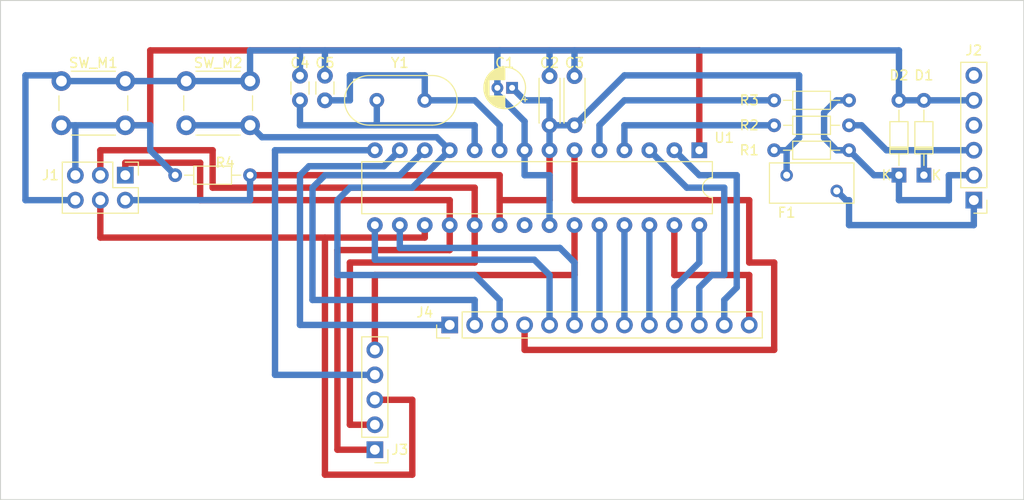
<source format=kicad_pcb>
(kicad_pcb (version 20171130) (host pcbnew 5.1.6)

  (general
    (thickness 1.6)
    (drawings 5)
    (tracks 183)
    (zones 0)
    (modules 20)
    (nets 32)
  )

  (page USLegal)
  (title_block
    (date 2020-06-01)
  )

  (layers
    (0 F.Cu signal)
    (31 B.Cu signal)
    (32 B.Adhes user)
    (33 F.Adhes user)
    (34 B.Paste user hide)
    (35 F.Paste user)
    (36 B.SilkS user)
    (37 F.SilkS user)
    (38 B.Mask user)
    (39 F.Mask user)
    (40 Dwgs.User user)
    (41 Cmts.User user)
    (42 Eco1.User user)
    (43 Eco2.User user)
    (44 Edge.Cuts user)
    (45 Margin user)
    (46 B.CrtYd user)
    (47 F.CrtYd user)
    (48 B.Fab user)
    (49 F.Fab user)
  )

  (setup
    (last_trace_width 0.65)
    (user_trace_width 1.25)
    (trace_clearance 0.2)
    (zone_clearance 0.508)
    (zone_45_only no)
    (trace_min 0.2)
    (via_size 0.8)
    (via_drill 0.4)
    (via_min_size 0.4)
    (via_min_drill 0.3)
    (uvia_size 0.3)
    (uvia_drill 0.1)
    (uvias_allowed no)
    (uvia_min_size 0.2)
    (uvia_min_drill 0.1)
    (edge_width 0.05)
    (segment_width 0.2)
    (pcb_text_width 0.3)
    (pcb_text_size 1.5 1.5)
    (mod_edge_width 0.12)
    (mod_text_size 1 1)
    (mod_text_width 0.15)
    (pad_size 1.524 1.524)
    (pad_drill 0.762)
    (pad_to_mask_clearance 0.05)
    (aux_axis_origin 0 0)
    (visible_elements FFFFFF7F)
    (pcbplotparams
      (layerselection 0x010fc_ffffffff)
      (usegerberextensions false)
      (usegerberattributes true)
      (usegerberadvancedattributes true)
      (creategerberjobfile true)
      (excludeedgelayer true)
      (linewidth 0.100000)
      (plotframeref false)
      (viasonmask false)
      (mode 1)
      (useauxorigin false)
      (hpglpennumber 1)
      (hpglpenspeed 20)
      (hpglpendiameter 15.000000)
      (psnegative false)
      (psa4output false)
      (plotreference true)
      (plotvalue true)
      (plotinvisibletext false)
      (padsonsilk false)
      (subtractmaskfromsilk false)
      (outputformat 1)
      (mirror false)
      (drillshape 1)
      (scaleselection 1)
      (outputdirectory ""))
  )

  (net 0 "")
  (net 1 +5V)
  (net 2 GND)
  (net 3 "Net-(C4-Pad1)")
  (net 4 "Net-(C5-Pad1)")
  (net 5 "Net-(D1-Pad1)")
  (net 6 "Net-(D2-Pad1)")
  (net 7 /ROW0)
  (net 8 /ROW1)
  (net 9 /ROW2)
  (net 10 /ROW3)
  (net 11 /ROW4)
  (net 12 "Net-(F1-Pad2)")
  (net 13 /RESET)
  (net 14 /USB_D+)
  (net 15 /USB_D-)
  (net 16 /COL0)
  (net 17 /COL1)
  (net 18 /COL2)
  (net 19 /COL3)
  (net 20 /COL4)
  (net 21 /COL5)
  (net 22 /COL6)
  (net 23 /COL7)
  (net 24 /COL8)
  (net 25 /COL9)
  (net 26 /COL10)
  (net 27 /COL11)
  (net 28 /COL12)
  (net 29 "Net-(J2-Pad4)")
  (net 30 "Net-(J2-Pad6)")
  (net 31 "Net-(U1-Pad21)")

  (net_class Default "This is the default net class."
    (clearance 0.2)
    (trace_width 0.65)
    (via_dia 0.8)
    (via_drill 0.4)
    (uvia_dia 0.3)
    (uvia_drill 0.1)
    (add_net +5V)
    (add_net /COL0)
    (add_net /COL1)
    (add_net /COL10)
    (add_net /COL11)
    (add_net /COL12)
    (add_net /COL2)
    (add_net /COL3)
    (add_net /COL4)
    (add_net /COL5)
    (add_net /COL6)
    (add_net /COL7)
    (add_net /COL8)
    (add_net /COL9)
    (add_net /RESET)
    (add_net /ROW0)
    (add_net /ROW1)
    (add_net /ROW2)
    (add_net /ROW3)
    (add_net /ROW4)
    (add_net /USB_D+)
    (add_net /USB_D-)
    (add_net GND)
    (add_net "Net-(C4-Pad1)")
    (add_net "Net-(C5-Pad1)")
    (add_net "Net-(D1-Pad1)")
    (add_net "Net-(D2-Pad1)")
    (add_net "Net-(F1-Pad2)")
    (add_net "Net-(J2-Pad4)")
    (add_net "Net-(J2-Pad6)")
    (add_net "Net-(U1-Pad21)")
  )

  (module Diode_THT:D_DO-34_SOD68_P7.62mm_Horizontal (layer F.Cu) (tedit 5AE50CD5) (tstamp 5ED5155D)
    (at 104.14 30.48 90)
    (descr "Diode, DO-34_SOD68 series, Axial, Horizontal, pin pitch=7.62mm, , length*diameter=3.04*1.6mm^2, , https://www.nxp.com/docs/en/data-sheet/KTY83_SER.pdf")
    (tags "Diode DO-34_SOD68 series Axial Horizontal pin pitch 7.62mm  length 3.04mm diameter 1.6mm")
    (path /5ED27DB5)
    (fp_text reference D2 (at 10.16 0 180) (layer F.SilkS)
      (effects (font (size 1 1) (thickness 0.15)))
    )
    (fp_text value 3.6V (at 10.16 -1.27 180) (layer F.Fab)
      (effects (font (size 1 1) (thickness 0.15)))
    )
    (fp_line (start 8.63 -1.05) (end -1 -1.05) (layer F.CrtYd) (width 0.05))
    (fp_line (start 8.63 1.05) (end 8.63 -1.05) (layer F.CrtYd) (width 0.05))
    (fp_line (start -1 1.05) (end 8.63 1.05) (layer F.CrtYd) (width 0.05))
    (fp_line (start -1 -1.05) (end -1 1.05) (layer F.CrtYd) (width 0.05))
    (fp_line (start 2.626 -0.92) (end 2.626 0.92) (layer F.SilkS) (width 0.12))
    (fp_line (start 2.866 -0.92) (end 2.866 0.92) (layer F.SilkS) (width 0.12))
    (fp_line (start 2.746 -0.92) (end 2.746 0.92) (layer F.SilkS) (width 0.12))
    (fp_line (start 6.63 0) (end 5.45 0) (layer F.SilkS) (width 0.12))
    (fp_line (start 0.99 0) (end 2.17 0) (layer F.SilkS) (width 0.12))
    (fp_line (start 5.45 -0.92) (end 2.17 -0.92) (layer F.SilkS) (width 0.12))
    (fp_line (start 5.45 0.92) (end 5.45 -0.92) (layer F.SilkS) (width 0.12))
    (fp_line (start 2.17 0.92) (end 5.45 0.92) (layer F.SilkS) (width 0.12))
    (fp_line (start 2.17 -0.92) (end 2.17 0.92) (layer F.SilkS) (width 0.12))
    (fp_line (start 2.646 -0.8) (end 2.646 0.8) (layer F.Fab) (width 0.1))
    (fp_line (start 2.846 -0.8) (end 2.846 0.8) (layer F.Fab) (width 0.1))
    (fp_line (start 2.746 -0.8) (end 2.746 0.8) (layer F.Fab) (width 0.1))
    (fp_line (start 7.62 0) (end 5.33 0) (layer F.Fab) (width 0.1))
    (fp_line (start 0 0) (end 2.29 0) (layer F.Fab) (width 0.1))
    (fp_line (start 5.33 -0.8) (end 2.29 -0.8) (layer F.Fab) (width 0.1))
    (fp_line (start 5.33 0.8) (end 5.33 -0.8) (layer F.Fab) (width 0.1))
    (fp_line (start 2.29 0.8) (end 5.33 0.8) (layer F.Fab) (width 0.1))
    (fp_line (start 2.29 -0.8) (end 2.29 0.8) (layer F.Fab) (width 0.1))
    (fp_text user K (at 0 -1.27 180) (layer F.SilkS)
      (effects (font (size 1 1) (thickness 0.15)))
    )
    (fp_text user K (at -1.27 -1.75) (layer F.Fab)
      (effects (font (size 1 1) (thickness 0.15)))
    )
    (fp_text user %R (at 4.038 0 90) (layer F.Fab)
      (effects (font (size 0.608 0.608) (thickness 0.0912)))
    )
    (pad 2 thru_hole oval (at 7.62 0 90) (size 1.5 1.5) (drill 0.75) (layers *.Cu *.Mask)
      (net 2 GND))
    (pad 1 thru_hole rect (at 0 0 90) (size 1.5 1.5) (drill 0.75) (layers *.Cu *.Mask)
      (net 6 "Net-(D2-Pad1)"))
    (model ${KISYS3DMOD}/Diode_THT.3dshapes/D_DO-34_SOD68_P7.62mm_Horizontal.wrl
      (at (xyz 0 0 0))
      (scale (xyz 1 1 1))
      (rotate (xyz 0 0 0))
    )
  )

  (module Resistor_THT:R_Axial_DIN0204_L3.6mm_D1.6mm_P7.62mm_Horizontal (layer F.Cu) (tedit 5AE5139B) (tstamp 5ED51B55)
    (at 38.1 30.48 180)
    (descr "Resistor, Axial_DIN0204 series, Axial, Horizontal, pin pitch=7.62mm, 0.167W, length*diameter=3.6*1.6mm^2, http://cdn-reichelt.de/documents/datenblatt/B400/1_4W%23YAG.pdf")
    (tags "Resistor Axial_DIN0204 series Axial Horizontal pin pitch 7.62mm 0.167W length 3.6mm diameter 1.6mm")
    (path /5ED7F134)
    (fp_text reference R4 (at 2.54 1.27) (layer F.SilkS)
      (effects (font (size 1 1) (thickness 0.15)))
    )
    (fp_text value 10k (at 3.81 1.92) (layer F.Fab)
      (effects (font (size 1 1) (thickness 0.15)))
    )
    (fp_line (start 8.57 -1.05) (end -0.95 -1.05) (layer F.CrtYd) (width 0.05))
    (fp_line (start 8.57 1.05) (end 8.57 -1.05) (layer F.CrtYd) (width 0.05))
    (fp_line (start -0.95 1.05) (end 8.57 1.05) (layer F.CrtYd) (width 0.05))
    (fp_line (start -0.95 -1.05) (end -0.95 1.05) (layer F.CrtYd) (width 0.05))
    (fp_line (start 6.68 0) (end 5.73 0) (layer F.SilkS) (width 0.12))
    (fp_line (start 0.94 0) (end 1.89 0) (layer F.SilkS) (width 0.12))
    (fp_line (start 5.73 -0.92) (end 1.89 -0.92) (layer F.SilkS) (width 0.12))
    (fp_line (start 5.73 0.92) (end 5.73 -0.92) (layer F.SilkS) (width 0.12))
    (fp_line (start 1.89 0.92) (end 5.73 0.92) (layer F.SilkS) (width 0.12))
    (fp_line (start 1.89 -0.92) (end 1.89 0.92) (layer F.SilkS) (width 0.12))
    (fp_line (start 7.62 0) (end 5.61 0) (layer F.Fab) (width 0.1))
    (fp_line (start 0 0) (end 2.01 0) (layer F.Fab) (width 0.1))
    (fp_line (start 5.61 -0.8) (end 2.01 -0.8) (layer F.Fab) (width 0.1))
    (fp_line (start 5.61 0.8) (end 5.61 -0.8) (layer F.Fab) (width 0.1))
    (fp_line (start 2.01 0.8) (end 5.61 0.8) (layer F.Fab) (width 0.1))
    (fp_line (start 2.01 -0.8) (end 2.01 0.8) (layer F.Fab) (width 0.1))
    (fp_text user %R (at 3.81 0) (layer F.Fab)
      (effects (font (size 0.72 0.72) (thickness 0.108)))
    )
    (pad 2 thru_hole oval (at 7.62 0 180) (size 1.4 1.4) (drill 0.7) (layers *.Cu *.Mask)
      (net 13 /RESET))
    (pad 1 thru_hole circle (at 0 0 180) (size 1.4 1.4) (drill 0.7) (layers *.Cu *.Mask)
      (net 1 +5V))
    (model ${KISYS3DMOD}/Resistor_THT.3dshapes/R_Axial_DIN0204_L3.6mm_D1.6mm_P7.62mm_Horizontal.wrl
      (at (xyz 0 0 0))
      (scale (xyz 1 1 1))
      (rotate (xyz 0 0 0))
    )
  )

  (module Resistor_THT:R_Axial_DIN0204_L3.6mm_D1.6mm_P7.62mm_Horizontal (layer F.Cu) (tedit 5AE5139B) (tstamp 5ED51B97)
    (at 91.44 22.86)
    (descr "Resistor, Axial_DIN0204 series, Axial, Horizontal, pin pitch=7.62mm, 0.167W, length*diameter=3.6*1.6mm^2, http://cdn-reichelt.de/documents/datenblatt/B400/1_4W%23YAG.pdf")
    (tags "Resistor Axial_DIN0204 series Axial Horizontal pin pitch 7.62mm 0.167W length 3.6mm diameter 1.6mm")
    (path /5ED28B49)
    (fp_text reference R3 (at -2.54 0) (layer F.SilkS)
      (effects (font (size 1 1) (thickness 0.15)))
    )
    (fp_text value 75R (at 5.08 -2.54) (layer F.Fab)
      (effects (font (size 1 1) (thickness 0.15)))
    )
    (fp_line (start 8.57 -1.05) (end -0.95 -1.05) (layer F.CrtYd) (width 0.05))
    (fp_line (start 8.57 1.05) (end 8.57 -1.05) (layer F.CrtYd) (width 0.05))
    (fp_line (start -0.95 1.05) (end 8.57 1.05) (layer F.CrtYd) (width 0.05))
    (fp_line (start -0.95 -1.05) (end -0.95 1.05) (layer F.CrtYd) (width 0.05))
    (fp_line (start 6.68 0) (end 5.73 0) (layer F.SilkS) (width 0.12))
    (fp_line (start 0.94 0) (end 1.89 0) (layer F.SilkS) (width 0.12))
    (fp_line (start 5.73 -0.92) (end 1.89 -0.92) (layer F.SilkS) (width 0.12))
    (fp_line (start 5.73 0.92) (end 5.73 -0.92) (layer F.SilkS) (width 0.12))
    (fp_line (start 1.89 0.92) (end 5.73 0.92) (layer F.SilkS) (width 0.12))
    (fp_line (start 1.89 -0.92) (end 1.89 0.92) (layer F.SilkS) (width 0.12))
    (fp_line (start 7.62 0) (end 5.61 0) (layer F.Fab) (width 0.1))
    (fp_line (start 0 0) (end 2.01 0) (layer F.Fab) (width 0.1))
    (fp_line (start 5.61 -0.8) (end 2.01 -0.8) (layer F.Fab) (width 0.1))
    (fp_line (start 5.61 0.8) (end 5.61 -0.8) (layer F.Fab) (width 0.1))
    (fp_line (start 2.01 0.8) (end 5.61 0.8) (layer F.Fab) (width 0.1))
    (fp_line (start 2.01 -0.8) (end 2.01 0.8) (layer F.Fab) (width 0.1))
    (fp_text user %R (at 3.81 0) (layer F.Fab)
      (effects (font (size 0.72 0.72) (thickness 0.108)))
    )
    (pad 2 thru_hole oval (at 7.62 0) (size 1.4 1.4) (drill 0.7) (layers *.Cu *.Mask)
      (net 6 "Net-(D2-Pad1)"))
    (pad 1 thru_hole circle (at 0 0) (size 1.4 1.4) (drill 0.7) (layers *.Cu *.Mask)
      (net 15 /USB_D-))
    (model ${KISYS3DMOD}/Resistor_THT.3dshapes/R_Axial_DIN0204_L3.6mm_D1.6mm_P7.62mm_Horizontal.wrl
      (at (xyz 0 0 0))
      (scale (xyz 1 1 1))
      (rotate (xyz 0 0 0))
    )
  )

  (module Resistor_THT:R_Axial_DIN0204_L3.6mm_D1.6mm_P7.62mm_Horizontal (layer F.Cu) (tedit 5AE5139B) (tstamp 5ED51BD9)
    (at 91.44 25.4)
    (descr "Resistor, Axial_DIN0204 series, Axial, Horizontal, pin pitch=7.62mm, 0.167W, length*diameter=3.6*1.6mm^2, http://cdn-reichelt.de/documents/datenblatt/B400/1_4W%23YAG.pdf")
    (tags "Resistor Axial_DIN0204 series Axial Horizontal pin pitch 7.62mm 0.167W length 3.6mm diameter 1.6mm")
    (path /5ED27BBD)
    (fp_text reference R2 (at -2.54 0) (layer F.SilkS)
      (effects (font (size 1 1) (thickness 0.15)))
    )
    (fp_text value 75R (at 5.08 0) (layer F.Fab)
      (effects (font (size 1 1) (thickness 0.15)))
    )
    (fp_line (start 8.57 -1.05) (end -0.95 -1.05) (layer F.CrtYd) (width 0.05))
    (fp_line (start 8.57 1.05) (end 8.57 -1.05) (layer F.CrtYd) (width 0.05))
    (fp_line (start -0.95 1.05) (end 8.57 1.05) (layer F.CrtYd) (width 0.05))
    (fp_line (start -0.95 -1.05) (end -0.95 1.05) (layer F.CrtYd) (width 0.05))
    (fp_line (start 6.68 0) (end 5.73 0) (layer F.SilkS) (width 0.12))
    (fp_line (start 0.94 0) (end 1.89 0) (layer F.SilkS) (width 0.12))
    (fp_line (start 5.73 -0.92) (end 1.89 -0.92) (layer F.SilkS) (width 0.12))
    (fp_line (start 5.73 0.92) (end 5.73 -0.92) (layer F.SilkS) (width 0.12))
    (fp_line (start 1.89 0.92) (end 5.73 0.92) (layer F.SilkS) (width 0.12))
    (fp_line (start 1.89 -0.92) (end 1.89 0.92) (layer F.SilkS) (width 0.12))
    (fp_line (start 7.62 0) (end 5.61 0) (layer F.Fab) (width 0.1))
    (fp_line (start 0 0) (end 2.01 0) (layer F.Fab) (width 0.1))
    (fp_line (start 5.61 -0.8) (end 2.01 -0.8) (layer F.Fab) (width 0.1))
    (fp_line (start 5.61 0.8) (end 5.61 -0.8) (layer F.Fab) (width 0.1))
    (fp_line (start 2.01 0.8) (end 5.61 0.8) (layer F.Fab) (width 0.1))
    (fp_line (start 2.01 -0.8) (end 2.01 0.8) (layer F.Fab) (width 0.1))
    (fp_text user %R (at 3.81 0) (layer F.Fab)
      (effects (font (size 0.72 0.72) (thickness 0.108)))
    )
    (pad 2 thru_hole oval (at 7.62 0) (size 1.4 1.4) (drill 0.7) (layers *.Cu *.Mask)
      (net 5 "Net-(D1-Pad1)"))
    (pad 1 thru_hole circle (at 0 0) (size 1.4 1.4) (drill 0.7) (layers *.Cu *.Mask)
      (net 14 /USB_D+))
    (model ${KISYS3DMOD}/Resistor_THT.3dshapes/R_Axial_DIN0204_L3.6mm_D1.6mm_P7.62mm_Horizontal.wrl
      (at (xyz 0 0 0))
      (scale (xyz 1 1 1))
      (rotate (xyz 0 0 0))
    )
  )

  (module Resistor_THT:R_Axial_DIN0204_L3.6mm_D1.6mm_P7.62mm_Horizontal (layer F.Cu) (tedit 5AE5139B) (tstamp 5ED51C1B)
    (at 91.44 27.94)
    (descr "Resistor, Axial_DIN0204 series, Axial, Horizontal, pin pitch=7.62mm, 0.167W, length*diameter=3.6*1.6mm^2, http://cdn-reichelt.de/documents/datenblatt/B400/1_4W%23YAG.pdf")
    (tags "Resistor Axial_DIN0204 series Axial Horizontal pin pitch 7.62mm 0.167W length 3.6mm diameter 1.6mm")
    (path /5ED1DCF2)
    (fp_text reference R1 (at -2.54 0) (layer F.SilkS)
      (effects (font (size 1 1) (thickness 0.15)))
    )
    (fp_text value 1.5k (at 10.16 0) (layer F.Fab)
      (effects (font (size 1 1) (thickness 0.15)))
    )
    (fp_line (start 8.57 -1.05) (end -0.95 -1.05) (layer F.CrtYd) (width 0.05))
    (fp_line (start 8.57 1.05) (end 8.57 -1.05) (layer F.CrtYd) (width 0.05))
    (fp_line (start -0.95 1.05) (end 8.57 1.05) (layer F.CrtYd) (width 0.05))
    (fp_line (start -0.95 -1.05) (end -0.95 1.05) (layer F.CrtYd) (width 0.05))
    (fp_line (start 6.68 0) (end 5.73 0) (layer F.SilkS) (width 0.12))
    (fp_line (start 0.94 0) (end 1.89 0) (layer F.SilkS) (width 0.12))
    (fp_line (start 5.73 -0.92) (end 1.89 -0.92) (layer F.SilkS) (width 0.12))
    (fp_line (start 5.73 0.92) (end 5.73 -0.92) (layer F.SilkS) (width 0.12))
    (fp_line (start 1.89 0.92) (end 5.73 0.92) (layer F.SilkS) (width 0.12))
    (fp_line (start 1.89 -0.92) (end 1.89 0.92) (layer F.SilkS) (width 0.12))
    (fp_line (start 7.62 0) (end 5.61 0) (layer F.Fab) (width 0.1))
    (fp_line (start 0 0) (end 2.01 0) (layer F.Fab) (width 0.1))
    (fp_line (start 5.61 -0.8) (end 2.01 -0.8) (layer F.Fab) (width 0.1))
    (fp_line (start 5.61 0.8) (end 5.61 -0.8) (layer F.Fab) (width 0.1))
    (fp_line (start 2.01 0.8) (end 5.61 0.8) (layer F.Fab) (width 0.1))
    (fp_line (start 2.01 -0.8) (end 2.01 0.8) (layer F.Fab) (width 0.1))
    (fp_text user %R (at 3.81 0) (layer F.Fab)
      (effects (font (size 0.72 0.72) (thickness 0.108)))
    )
    (pad 2 thru_hole oval (at 7.62 0) (size 1.4 1.4) (drill 0.7) (layers *.Cu *.Mask)
      (net 6 "Net-(D2-Pad1)"))
    (pad 1 thru_hole circle (at 0 0) (size 1.4 1.4) (drill 0.7) (layers *.Cu *.Mask)
      (net 1 +5V))
    (model ${KISYS3DMOD}/Resistor_THT.3dshapes/R_Axial_DIN0204_L3.6mm_D1.6mm_P7.62mm_Horizontal.wrl
      (at (xyz 0 0 0))
      (scale (xyz 1 1 1))
      (rotate (xyz 0 0 0))
    )
  )

  (module Button_Switch_THT:SW_PUSH_6mm (layer F.Cu) (tedit 5A02FE31) (tstamp 5ED51C65)
    (at 25.4 25.4 180)
    (descr https://www.omron.com/ecb/products/pdf/en-b3f.pdf)
    (tags "tact sw push 6mm")
    (path /5ED7F9B2)
    (fp_text reference SW_M1 (at 3.25 6.35) (layer F.SilkS)
      (effects (font (size 1 1) (thickness 0.15)))
    )
    (fp_text value RESET (at 3.75 6.7) (layer F.Fab)
      (effects (font (size 1 1) (thickness 0.15)))
    )
    (fp_line (start 3.25 -0.75) (end 6.25 -0.75) (layer F.Fab) (width 0.1))
    (fp_line (start 6.25 -0.75) (end 6.25 5.25) (layer F.Fab) (width 0.1))
    (fp_line (start 6.25 5.25) (end 0.25 5.25) (layer F.Fab) (width 0.1))
    (fp_line (start 0.25 5.25) (end 0.25 -0.75) (layer F.Fab) (width 0.1))
    (fp_line (start 0.25 -0.75) (end 3.25 -0.75) (layer F.Fab) (width 0.1))
    (fp_line (start 7.75 6) (end 8 6) (layer F.CrtYd) (width 0.05))
    (fp_line (start 8 6) (end 8 5.75) (layer F.CrtYd) (width 0.05))
    (fp_line (start 7.75 -1.5) (end 8 -1.5) (layer F.CrtYd) (width 0.05))
    (fp_line (start 8 -1.5) (end 8 -1.25) (layer F.CrtYd) (width 0.05))
    (fp_line (start -1.5 -1.25) (end -1.5 -1.5) (layer F.CrtYd) (width 0.05))
    (fp_line (start -1.5 -1.5) (end -1.25 -1.5) (layer F.CrtYd) (width 0.05))
    (fp_line (start -1.5 5.75) (end -1.5 6) (layer F.CrtYd) (width 0.05))
    (fp_line (start -1.5 6) (end -1.25 6) (layer F.CrtYd) (width 0.05))
    (fp_line (start -1.25 -1.5) (end 7.75 -1.5) (layer F.CrtYd) (width 0.05))
    (fp_line (start -1.5 5.75) (end -1.5 -1.25) (layer F.CrtYd) (width 0.05))
    (fp_line (start 7.75 6) (end -1.25 6) (layer F.CrtYd) (width 0.05))
    (fp_line (start 8 -1.25) (end 8 5.75) (layer F.CrtYd) (width 0.05))
    (fp_line (start 1 5.5) (end 5.5 5.5) (layer F.SilkS) (width 0.12))
    (fp_line (start -0.25 1.5) (end -0.25 3) (layer F.SilkS) (width 0.12))
    (fp_line (start 5.5 -1) (end 1 -1) (layer F.SilkS) (width 0.12))
    (fp_line (start 6.75 3) (end 6.75 1.5) (layer F.SilkS) (width 0.12))
    (fp_circle (center 3.25 2.25) (end 1.25 2.5) (layer F.Fab) (width 0.1))
    (fp_text user %R (at 3.25 2.25) (layer F.Fab)
      (effects (font (size 1 1) (thickness 0.15)))
    )
    (pad 1 thru_hole circle (at 6.5 0 270) (size 2 2) (drill 1.1) (layers *.Cu *.Mask)
      (net 13 /RESET))
    (pad 2 thru_hole circle (at 6.5 4.5 270) (size 2 2) (drill 1.1) (layers *.Cu *.Mask)
      (net 2 GND))
    (pad 1 thru_hole circle (at 0 0 270) (size 2 2) (drill 1.1) (layers *.Cu *.Mask)
      (net 13 /RESET))
    (pad 2 thru_hole circle (at 0 4.5 270) (size 2 2) (drill 1.1) (layers *.Cu *.Mask)
      (net 2 GND))
    (model ${KISYS3DMOD}/Button_Switch_THT.3dshapes/SW_PUSH_6mm.wrl
      (at (xyz 0 0 0))
      (scale (xyz 1 1 1))
      (rotate (xyz 0 0 0))
    )
  )

  (module Fuse:Fuse_BelFuse_0ZRE0005FF_L8.3mm_W3.8mm (layer F.Cu) (tedit 5BAABA15) (tstamp 5ED51CB3)
    (at 92.71 30.48)
    (descr "Fuse 0ZRE0005FF, BelFuse, Radial Leaded PTC, https://www.belfuse.com/resources/datasheets/circuitprotection/ds-cp-0zre-series.pdf")
    (tags "0ZRE BelFuse radial PTC")
    (path /5ED275C4)
    (fp_text reference F1 (at 0 3.81) (layer F.SilkS)
      (effects (font (size 1 1) (thickness 0.15)))
    )
    (fp_text value 100mA (at 0 5.08) (layer F.Fab)
      (effects (font (size 1 1) (thickness 0.15)))
    )
    (fp_line (start 6.7 -1.1) (end 6.7 2.7) (layer F.Fab) (width 0.1))
    (fp_line (start -1.6 -1.1) (end -1.6 2.7) (layer F.Fab) (width 0.1))
    (fp_line (start -1.6 2.7) (end 6.7 2.7) (layer F.Fab) (width 0.1))
    (fp_line (start -1.6 -1.1) (end 6.7 -1.1) (layer F.Fab) (width 0.1))
    (fp_line (start -1.85 -1.35) (end 6.95 -1.35) (layer F.CrtYd) (width 0.05))
    (fp_line (start -1.85 -1.35) (end -1.85 2.95) (layer F.CrtYd) (width 0.05))
    (fp_line (start 6.95 -1.35) (end 6.95 2.95) (layer F.CrtYd) (width 0.05))
    (fp_line (start -1.85 2.95) (end 6.95 2.95) (layer F.CrtYd) (width 0.05))
    (fp_line (start -1.75 -1.25) (end 6.85 -1.25) (layer F.SilkS) (width 0.12))
    (fp_line (start -1.75 -1.25) (end -1.75 2.85) (layer F.SilkS) (width 0.12))
    (fp_line (start 6.85 -1.25) (end 6.85 2.85) (layer F.SilkS) (width 0.12))
    (fp_line (start -1.75 2.85) (end 6.85 2.85) (layer F.SilkS) (width 0.12))
    (fp_text user %R (at 0 3.81) (layer F.Fab)
      (effects (font (size 1 1) (thickness 0.15)))
    )
    (pad 1 thru_hole circle (at 0 0) (size 1.27 1.27) (drill 0.71) (layers *.Cu *.Mask)
      (net 1 +5V))
    (pad 2 thru_hole circle (at 5.1 1.6) (size 1.27 1.27) (drill 0.71) (layers *.Cu *.Mask)
      (net 12 "Net-(F1-Pad2)"))
    (model ${KISYS3DMOD}/Fuse.3dshapes/Fuse_BelFuse_0ZRE_0ZRE0005FF_L8.3mm_W3.8mm.wrl
      (at (xyz 0 0 0))
      (scale (xyz 1 1 1))
      (rotate (xyz 0 0 0))
    )
  )

  (module Diode_THT:D_DO-34_SOD68_P7.62mm_Horizontal (layer F.Cu) (tedit 5AE50CD5) (tstamp 5ED518B7)
    (at 106.68 30.48 90)
    (descr "Diode, DO-34_SOD68 series, Axial, Horizontal, pin pitch=7.62mm, , length*diameter=3.04*1.6mm^2, , https://www.nxp.com/docs/en/data-sheet/KTY83_SER.pdf")
    (tags "Diode DO-34_SOD68 series Axial Horizontal pin pitch 7.62mm  length 3.04mm diameter 1.6mm")
    (path /5ED24F56)
    (fp_text reference D1 (at 10.16 0 180) (layer F.SilkS)
      (effects (font (size 1 1) (thickness 0.15)))
    )
    (fp_text value 3.6V (at 10.16 1.27 180) (layer F.Fab)
      (effects (font (size 1 1) (thickness 0.15)))
    )
    (fp_line (start 8.63 -1.05) (end -1 -1.05) (layer F.CrtYd) (width 0.05))
    (fp_line (start 8.63 1.05) (end 8.63 -1.05) (layer F.CrtYd) (width 0.05))
    (fp_line (start -1 1.05) (end 8.63 1.05) (layer F.CrtYd) (width 0.05))
    (fp_line (start -1 -1.05) (end -1 1.05) (layer F.CrtYd) (width 0.05))
    (fp_line (start 2.626 -0.92) (end 2.626 0.92) (layer F.SilkS) (width 0.12))
    (fp_line (start 2.866 -0.92) (end 2.866 0.92) (layer F.SilkS) (width 0.12))
    (fp_line (start 2.746 -0.92) (end 2.746 0.92) (layer F.SilkS) (width 0.12))
    (fp_line (start 6.63 0) (end 5.45 0) (layer F.SilkS) (width 0.12))
    (fp_line (start 0.99 0) (end 2.17 0) (layer F.SilkS) (width 0.12))
    (fp_line (start 5.45 -0.92) (end 2.17 -0.92) (layer F.SilkS) (width 0.12))
    (fp_line (start 5.45 0.92) (end 5.45 -0.92) (layer F.SilkS) (width 0.12))
    (fp_line (start 2.17 0.92) (end 5.45 0.92) (layer F.SilkS) (width 0.12))
    (fp_line (start 2.17 -0.92) (end 2.17 0.92) (layer F.SilkS) (width 0.12))
    (fp_line (start 2.646 -0.8) (end 2.646 0.8) (layer F.Fab) (width 0.1))
    (fp_line (start 2.846 -0.8) (end 2.846 0.8) (layer F.Fab) (width 0.1))
    (fp_line (start 2.746 -0.8) (end 2.746 0.8) (layer F.Fab) (width 0.1))
    (fp_line (start 7.62 0) (end 5.33 0) (layer F.Fab) (width 0.1))
    (fp_line (start 0 0) (end 2.29 0) (layer F.Fab) (width 0.1))
    (fp_line (start 5.33 -0.8) (end 2.29 -0.8) (layer F.Fab) (width 0.1))
    (fp_line (start 5.33 0.8) (end 5.33 -0.8) (layer F.Fab) (width 0.1))
    (fp_line (start 2.29 0.8) (end 5.33 0.8) (layer F.Fab) (width 0.1))
    (fp_line (start 2.29 -0.8) (end 2.29 0.8) (layer F.Fab) (width 0.1))
    (fp_text user K (at 0 1.27 180) (layer F.SilkS)
      (effects (font (size 1 1) (thickness 0.15)))
    )
    (fp_text user K (at 0 1.27 180) (layer F.Fab)
      (effects (font (size 1 1) (thickness 0.15)))
    )
    (fp_text user %R (at 4.038 0 90) (layer F.Fab)
      (effects (font (size 0.608 0.608) (thickness 0.0912)))
    )
    (pad 2 thru_hole oval (at 7.62 0 90) (size 1.5 1.5) (drill 0.75) (layers *.Cu *.Mask)
      (net 2 GND))
    (pad 1 thru_hole rect (at 0 0 90) (size 1.5 1.5) (drill 0.75) (layers *.Cu *.Mask)
      (net 5 "Net-(D1-Pad1)"))
    (model ${KISYS3DMOD}/Diode_THT.3dshapes/D_DO-34_SOD68_P7.62mm_Horizontal.wrl
      (at (xyz 0 0 0))
      (scale (xyz 1 1 1))
      (rotate (xyz 0 0 0))
    )
  )

  (module Button_Switch_THT:SW_PUSH_6mm (layer F.Cu) (tedit 5A02FE31) (tstamp 5ED51A91)
    (at 38.1 25.4 180)
    (descr https://www.omron.com/ecb/products/pdf/en-b3f.pdf)
    (tags "tact sw push 6mm")
    (path /5ED80458)
    (fp_text reference SW_M2 (at 3.25 6.35) (layer F.SilkS)
      (effects (font (size 1 1) (thickness 0.15)))
    )
    (fp_text value BOOT (at 3.75 6.7) (layer F.Fab)
      (effects (font (size 1 1) (thickness 0.15)))
    )
    (fp_circle (center 3.25 2.25) (end 1.25 2.5) (layer F.Fab) (width 0.1))
    (fp_line (start 6.75 3) (end 6.75 1.5) (layer F.SilkS) (width 0.12))
    (fp_line (start 5.5 -1) (end 1 -1) (layer F.SilkS) (width 0.12))
    (fp_line (start -0.25 1.5) (end -0.25 3) (layer F.SilkS) (width 0.12))
    (fp_line (start 1 5.5) (end 5.5 5.5) (layer F.SilkS) (width 0.12))
    (fp_line (start 8 -1.25) (end 8 5.75) (layer F.CrtYd) (width 0.05))
    (fp_line (start 7.75 6) (end -1.25 6) (layer F.CrtYd) (width 0.05))
    (fp_line (start -1.5 5.75) (end -1.5 -1.25) (layer F.CrtYd) (width 0.05))
    (fp_line (start -1.25 -1.5) (end 7.75 -1.5) (layer F.CrtYd) (width 0.05))
    (fp_line (start -1.5 6) (end -1.25 6) (layer F.CrtYd) (width 0.05))
    (fp_line (start -1.5 5.75) (end -1.5 6) (layer F.CrtYd) (width 0.05))
    (fp_line (start -1.5 -1.5) (end -1.25 -1.5) (layer F.CrtYd) (width 0.05))
    (fp_line (start -1.5 -1.25) (end -1.5 -1.5) (layer F.CrtYd) (width 0.05))
    (fp_line (start 8 -1.5) (end 8 -1.25) (layer F.CrtYd) (width 0.05))
    (fp_line (start 7.75 -1.5) (end 8 -1.5) (layer F.CrtYd) (width 0.05))
    (fp_line (start 8 6) (end 8 5.75) (layer F.CrtYd) (width 0.05))
    (fp_line (start 7.75 6) (end 8 6) (layer F.CrtYd) (width 0.05))
    (fp_line (start 0.25 -0.75) (end 3.25 -0.75) (layer F.Fab) (width 0.1))
    (fp_line (start 0.25 5.25) (end 0.25 -0.75) (layer F.Fab) (width 0.1))
    (fp_line (start 6.25 5.25) (end 0.25 5.25) (layer F.Fab) (width 0.1))
    (fp_line (start 6.25 -0.75) (end 6.25 5.25) (layer F.Fab) (width 0.1))
    (fp_line (start 3.25 -0.75) (end 6.25 -0.75) (layer F.Fab) (width 0.1))
    (fp_text user %R (at 3.25 2.25) (layer F.Fab)
      (effects (font (size 1 1) (thickness 0.15)))
    )
    (pad 2 thru_hole circle (at 0 4.5 270) (size 2 2) (drill 1.1) (layers *.Cu *.Mask)
      (net 2 GND))
    (pad 1 thru_hole circle (at 0 0 270) (size 2 2) (drill 1.1) (layers *.Cu *.Mask)
      (net 18 /COL2))
    (pad 2 thru_hole circle (at 6.5 4.5 270) (size 2 2) (drill 1.1) (layers *.Cu *.Mask)
      (net 2 GND))
    (pad 1 thru_hole circle (at 6.5 0 270) (size 2 2) (drill 1.1) (layers *.Cu *.Mask)
      (net 18 /COL2))
    (model ${KISYS3DMOD}/Button_Switch_THT.3dshapes/SW_PUSH_6mm.wrl
      (at (xyz 0 0 0))
      (scale (xyz 1 1 1))
      (rotate (xyz 0 0 0))
    )
  )

  (module Capacitor_THT:CP_Radial_D4.0mm_P1.50mm (layer F.Cu) (tedit 5AE50EF0) (tstamp 5ED51603)
    (at 64.77 21.59 180)
    (descr "CP, Radial series, Radial, pin pitch=1.50mm, , diameter=4mm, Electrolytic Capacitor")
    (tags "CP Radial series Radial pin pitch 1.50mm  diameter 4mm Electrolytic Capacitor")
    (path /5ED3A39B)
    (fp_text reference C1 (at 0.75 2.54) (layer F.SilkS)
      (effects (font (size 1 1) (thickness 0.15)))
    )
    (fp_text value 10u (at 2.54 -2.54) (layer F.Fab)
      (effects (font (size 1 1) (thickness 0.15)))
    )
    (fp_line (start -1.319801 -1.395) (end -1.319801 -0.995) (layer F.SilkS) (width 0.12))
    (fp_line (start -1.519801 -1.195) (end -1.119801 -1.195) (layer F.SilkS) (width 0.12))
    (fp_line (start 2.831 -0.37) (end 2.831 0.37) (layer F.SilkS) (width 0.12))
    (fp_line (start 2.791 -0.537) (end 2.791 0.537) (layer F.SilkS) (width 0.12))
    (fp_line (start 2.751 -0.664) (end 2.751 0.664) (layer F.SilkS) (width 0.12))
    (fp_line (start 2.711 -0.768) (end 2.711 0.768) (layer F.SilkS) (width 0.12))
    (fp_line (start 2.671 -0.859) (end 2.671 0.859) (layer F.SilkS) (width 0.12))
    (fp_line (start 2.631 -0.94) (end 2.631 0.94) (layer F.SilkS) (width 0.12))
    (fp_line (start 2.591 -1.013) (end 2.591 1.013) (layer F.SilkS) (width 0.12))
    (fp_line (start 2.551 -1.08) (end 2.551 1.08) (layer F.SilkS) (width 0.12))
    (fp_line (start 2.511 -1.142) (end 2.511 1.142) (layer F.SilkS) (width 0.12))
    (fp_line (start 2.471 -1.2) (end 2.471 1.2) (layer F.SilkS) (width 0.12))
    (fp_line (start 2.431 -1.254) (end 2.431 1.254) (layer F.SilkS) (width 0.12))
    (fp_line (start 2.391 -1.304) (end 2.391 1.304) (layer F.SilkS) (width 0.12))
    (fp_line (start 2.351 -1.351) (end 2.351 1.351) (layer F.SilkS) (width 0.12))
    (fp_line (start 2.311 0.84) (end 2.311 1.396) (layer F.SilkS) (width 0.12))
    (fp_line (start 2.311 -1.396) (end 2.311 -0.84) (layer F.SilkS) (width 0.12))
    (fp_line (start 2.271 0.84) (end 2.271 1.438) (layer F.SilkS) (width 0.12))
    (fp_line (start 2.271 -1.438) (end 2.271 -0.84) (layer F.SilkS) (width 0.12))
    (fp_line (start 2.231 0.84) (end 2.231 1.478) (layer F.SilkS) (width 0.12))
    (fp_line (start 2.231 -1.478) (end 2.231 -0.84) (layer F.SilkS) (width 0.12))
    (fp_line (start 2.191 0.84) (end 2.191 1.516) (layer F.SilkS) (width 0.12))
    (fp_line (start 2.191 -1.516) (end 2.191 -0.84) (layer F.SilkS) (width 0.12))
    (fp_line (start 2.151 0.84) (end 2.151 1.552) (layer F.SilkS) (width 0.12))
    (fp_line (start 2.151 -1.552) (end 2.151 -0.84) (layer F.SilkS) (width 0.12))
    (fp_line (start 2.111 0.84) (end 2.111 1.587) (layer F.SilkS) (width 0.12))
    (fp_line (start 2.111 -1.587) (end 2.111 -0.84) (layer F.SilkS) (width 0.12))
    (fp_line (start 2.071 0.84) (end 2.071 1.619) (layer F.SilkS) (width 0.12))
    (fp_line (start 2.071 -1.619) (end 2.071 -0.84) (layer F.SilkS) (width 0.12))
    (fp_line (start 2.031 0.84) (end 2.031 1.65) (layer F.SilkS) (width 0.12))
    (fp_line (start 2.031 -1.65) (end 2.031 -0.84) (layer F.SilkS) (width 0.12))
    (fp_line (start 1.991 0.84) (end 1.991 1.68) (layer F.SilkS) (width 0.12))
    (fp_line (start 1.991 -1.68) (end 1.991 -0.84) (layer F.SilkS) (width 0.12))
    (fp_line (start 1.951 0.84) (end 1.951 1.708) (layer F.SilkS) (width 0.12))
    (fp_line (start 1.951 -1.708) (end 1.951 -0.84) (layer F.SilkS) (width 0.12))
    (fp_line (start 1.911 0.84) (end 1.911 1.735) (layer F.SilkS) (width 0.12))
    (fp_line (start 1.911 -1.735) (end 1.911 -0.84) (layer F.SilkS) (width 0.12))
    (fp_line (start 1.871 0.84) (end 1.871 1.76) (layer F.SilkS) (width 0.12))
    (fp_line (start 1.871 -1.76) (end 1.871 -0.84) (layer F.SilkS) (width 0.12))
    (fp_line (start 1.831 0.84) (end 1.831 1.785) (layer F.SilkS) (width 0.12))
    (fp_line (start 1.831 -1.785) (end 1.831 -0.84) (layer F.SilkS) (width 0.12))
    (fp_line (start 1.791 0.84) (end 1.791 1.808) (layer F.SilkS) (width 0.12))
    (fp_line (start 1.791 -1.808) (end 1.791 -0.84) (layer F.SilkS) (width 0.12))
    (fp_line (start 1.751 0.84) (end 1.751 1.83) (layer F.SilkS) (width 0.12))
    (fp_line (start 1.751 -1.83) (end 1.751 -0.84) (layer F.SilkS) (width 0.12))
    (fp_line (start 1.711 0.84) (end 1.711 1.851) (layer F.SilkS) (width 0.12))
    (fp_line (start 1.711 -1.851) (end 1.711 -0.84) (layer F.SilkS) (width 0.12))
    (fp_line (start 1.671 0.84) (end 1.671 1.87) (layer F.SilkS) (width 0.12))
    (fp_line (start 1.671 -1.87) (end 1.671 -0.84) (layer F.SilkS) (width 0.12))
    (fp_line (start 1.631 0.84) (end 1.631 1.889) (layer F.SilkS) (width 0.12))
    (fp_line (start 1.631 -1.889) (end 1.631 -0.84) (layer F.SilkS) (width 0.12))
    (fp_line (start 1.591 0.84) (end 1.591 1.907) (layer F.SilkS) (width 0.12))
    (fp_line (start 1.591 -1.907) (end 1.591 -0.84) (layer F.SilkS) (width 0.12))
    (fp_line (start 1.551 0.84) (end 1.551 1.924) (layer F.SilkS) (width 0.12))
    (fp_line (start 1.551 -1.924) (end 1.551 -0.84) (layer F.SilkS) (width 0.12))
    (fp_line (start 1.511 0.84) (end 1.511 1.94) (layer F.SilkS) (width 0.12))
    (fp_line (start 1.511 -1.94) (end 1.511 -0.84) (layer F.SilkS) (width 0.12))
    (fp_line (start 1.471 0.84) (end 1.471 1.954) (layer F.SilkS) (width 0.12))
    (fp_line (start 1.471 -1.954) (end 1.471 -0.84) (layer F.SilkS) (width 0.12))
    (fp_line (start 1.43 0.84) (end 1.43 1.968) (layer F.SilkS) (width 0.12))
    (fp_line (start 1.43 -1.968) (end 1.43 -0.84) (layer F.SilkS) (width 0.12))
    (fp_line (start 1.39 0.84) (end 1.39 1.982) (layer F.SilkS) (width 0.12))
    (fp_line (start 1.39 -1.982) (end 1.39 -0.84) (layer F.SilkS) (width 0.12))
    (fp_line (start 1.35 0.84) (end 1.35 1.994) (layer F.SilkS) (width 0.12))
    (fp_line (start 1.35 -1.994) (end 1.35 -0.84) (layer F.SilkS) (width 0.12))
    (fp_line (start 1.31 0.84) (end 1.31 2.005) (layer F.SilkS) (width 0.12))
    (fp_line (start 1.31 -2.005) (end 1.31 -0.84) (layer F.SilkS) (width 0.12))
    (fp_line (start 1.27 0.84) (end 1.27 2.016) (layer F.SilkS) (width 0.12))
    (fp_line (start 1.27 -2.016) (end 1.27 -0.84) (layer F.SilkS) (width 0.12))
    (fp_line (start 1.23 0.84) (end 1.23 2.025) (layer F.SilkS) (width 0.12))
    (fp_line (start 1.23 -2.025) (end 1.23 -0.84) (layer F.SilkS) (width 0.12))
    (fp_line (start 1.19 0.84) (end 1.19 2.034) (layer F.SilkS) (width 0.12))
    (fp_line (start 1.19 -2.034) (end 1.19 -0.84) (layer F.SilkS) (width 0.12))
    (fp_line (start 1.15 0.84) (end 1.15 2.042) (layer F.SilkS) (width 0.12))
    (fp_line (start 1.15 -2.042) (end 1.15 -0.84) (layer F.SilkS) (width 0.12))
    (fp_line (start 1.11 0.84) (end 1.11 2.05) (layer F.SilkS) (width 0.12))
    (fp_line (start 1.11 -2.05) (end 1.11 -0.84) (layer F.SilkS) (width 0.12))
    (fp_line (start 1.07 0.84) (end 1.07 2.056) (layer F.SilkS) (width 0.12))
    (fp_line (start 1.07 -2.056) (end 1.07 -0.84) (layer F.SilkS) (width 0.12))
    (fp_line (start 1.03 0.84) (end 1.03 2.062) (layer F.SilkS) (width 0.12))
    (fp_line (start 1.03 -2.062) (end 1.03 -0.84) (layer F.SilkS) (width 0.12))
    (fp_line (start 0.99 0.84) (end 0.99 2.067) (layer F.SilkS) (width 0.12))
    (fp_line (start 0.99 -2.067) (end 0.99 -0.84) (layer F.SilkS) (width 0.12))
    (fp_line (start 0.95 0.84) (end 0.95 2.071) (layer F.SilkS) (width 0.12))
    (fp_line (start 0.95 -2.071) (end 0.95 -0.84) (layer F.SilkS) (width 0.12))
    (fp_line (start 0.91 0.84) (end 0.91 2.074) (layer F.SilkS) (width 0.12))
    (fp_line (start 0.91 -2.074) (end 0.91 -0.84) (layer F.SilkS) (width 0.12))
    (fp_line (start 0.87 0.84) (end 0.87 2.077) (layer F.SilkS) (width 0.12))
    (fp_line (start 0.87 -2.077) (end 0.87 -0.84) (layer F.SilkS) (width 0.12))
    (fp_line (start 0.83 -2.079) (end 0.83 -0.84) (layer F.SilkS) (width 0.12))
    (fp_line (start 0.83 0.84) (end 0.83 2.079) (layer F.SilkS) (width 0.12))
    (fp_line (start 0.79 -2.08) (end 0.79 -0.84) (layer F.SilkS) (width 0.12))
    (fp_line (start 0.79 0.84) (end 0.79 2.08) (layer F.SilkS) (width 0.12))
    (fp_line (start 0.75 -2.08) (end 0.75 -0.84) (layer F.SilkS) (width 0.12))
    (fp_line (start 0.75 0.84) (end 0.75 2.08) (layer F.SilkS) (width 0.12))
    (fp_line (start -0.752554 -1.0675) (end -0.752554 -0.6675) (layer F.Fab) (width 0.1))
    (fp_line (start -0.952554 -0.8675) (end -0.552554 -0.8675) (layer F.Fab) (width 0.1))
    (fp_circle (center 0.75 0) (end 3 0) (layer F.CrtYd) (width 0.05))
    (fp_circle (center 0.75 0) (end 2.87 0) (layer F.SilkS) (width 0.12))
    (fp_circle (center 0.75 0) (end 2.75 0) (layer F.Fab) (width 0.1))
    (fp_text user %R (at 0.75 0) (layer F.Fab)
      (effects (font (size 0.8 0.8) (thickness 0.12)))
    )
    (pad 1 thru_hole rect (at 0 0 180) (size 1.2 1.2) (drill 0.6) (layers *.Cu *.Mask)
      (net 1 +5V))
    (pad 2 thru_hole circle (at 1.5 0 180) (size 1.2 1.2) (drill 0.6) (layers *.Cu *.Mask)
      (net 2 GND))
    (model ${KISYS3DMOD}/Capacitor_THT.3dshapes/CP_Radial_D4.0mm_P1.50mm.wrl
      (at (xyz 0 0 0))
      (scale (xyz 1 1 1))
      (rotate (xyz 0 0 0))
    )
  )

  (module Capacitor_THT:C_Disc_D4.3mm_W1.9mm_P5.00mm (layer F.Cu) (tedit 5AE50EF0) (tstamp 5ED519E5)
    (at 68.58 25.4 90)
    (descr "C, Disc series, Radial, pin pitch=5.00mm, , diameter*width=4.3*1.9mm^2, Capacitor, http://www.vishay.com/docs/45233/krseries.pdf")
    (tags "C Disc series Radial pin pitch 5.00mm  diameter 4.3mm width 1.9mm Capacitor")
    (path /5ED3C4FA)
    (fp_text reference C2 (at 6.35 0 180) (layer F.SilkS)
      (effects (font (size 1 1) (thickness 0.15)))
    )
    (fp_text value 100n (at 1.27 -1.27 180) (layer F.Fab)
      (effects (font (size 1 1) (thickness 0.15)))
    )
    (fp_line (start 6.05 -1.2) (end -1.05 -1.2) (layer F.CrtYd) (width 0.05))
    (fp_line (start 6.05 1.2) (end 6.05 -1.2) (layer F.CrtYd) (width 0.05))
    (fp_line (start -1.05 1.2) (end 6.05 1.2) (layer F.CrtYd) (width 0.05))
    (fp_line (start -1.05 -1.2) (end -1.05 1.2) (layer F.CrtYd) (width 0.05))
    (fp_line (start 4.77 1.055) (end 4.77 1.07) (layer F.SilkS) (width 0.12))
    (fp_line (start 4.77 -1.07) (end 4.77 -1.055) (layer F.SilkS) (width 0.12))
    (fp_line (start 0.23 1.055) (end 0.23 1.07) (layer F.SilkS) (width 0.12))
    (fp_line (start 0.23 -1.07) (end 0.23 -1.055) (layer F.SilkS) (width 0.12))
    (fp_line (start 0.23 1.07) (end 4.77 1.07) (layer F.SilkS) (width 0.12))
    (fp_line (start 0.23 -1.07) (end 4.77 -1.07) (layer F.SilkS) (width 0.12))
    (fp_line (start 4.65 -0.95) (end 0.35 -0.95) (layer F.Fab) (width 0.1))
    (fp_line (start 4.65 0.95) (end 4.65 -0.95) (layer F.Fab) (width 0.1))
    (fp_line (start 0.35 0.95) (end 4.65 0.95) (layer F.Fab) (width 0.1))
    (fp_line (start 0.35 -0.95) (end 0.35 0.95) (layer F.Fab) (width 0.1))
    (fp_text user %R (at 2.5 0 90) (layer F.Fab)
      (effects (font (size 0.86 0.86) (thickness 0.129)))
    )
    (pad 1 thru_hole circle (at 0 0 90) (size 1.6 1.6) (drill 0.8) (layers *.Cu *.Mask)
      (net 1 +5V))
    (pad 2 thru_hole circle (at 5 0 90) (size 1.6 1.6) (drill 0.8) (layers *.Cu *.Mask)
      (net 2 GND))
    (model ${KISYS3DMOD}/Capacitor_THT.3dshapes/C_Disc_D4.3mm_W1.9mm_P5.00mm.wrl
      (at (xyz 0 0 0))
      (scale (xyz 1 1 1))
      (rotate (xyz 0 0 0))
    )
  )

  (module Capacitor_THT:C_Disc_D4.3mm_W1.9mm_P5.00mm (layer F.Cu) (tedit 5AE50EF0) (tstamp 5ED516F1)
    (at 71.12 25.4 90)
    (descr "C, Disc series, Radial, pin pitch=5.00mm, , diameter*width=4.3*1.9mm^2, Capacitor, http://www.vishay.com/docs/45233/krseries.pdf")
    (tags "C Disc series Radial pin pitch 5.00mm  diameter 4.3mm width 1.9mm Capacitor")
    (path /5ED3E42C)
    (fp_text reference C3 (at 6.35 0 180) (layer F.SilkS)
      (effects (font (size 1 1) (thickness 0.15)))
    )
    (fp_text value 100n (at 3.81 2.54 180) (layer F.Fab)
      (effects (font (size 1 1) (thickness 0.15)))
    )
    (fp_line (start 0.35 -0.95) (end 0.35 0.95) (layer F.Fab) (width 0.1))
    (fp_line (start 0.35 0.95) (end 4.65 0.95) (layer F.Fab) (width 0.1))
    (fp_line (start 4.65 0.95) (end 4.65 -0.95) (layer F.Fab) (width 0.1))
    (fp_line (start 4.65 -0.95) (end 0.35 -0.95) (layer F.Fab) (width 0.1))
    (fp_line (start 0.23 -1.07) (end 4.77 -1.07) (layer F.SilkS) (width 0.12))
    (fp_line (start 0.23 1.07) (end 4.77 1.07) (layer F.SilkS) (width 0.12))
    (fp_line (start 0.23 -1.07) (end 0.23 -1.055) (layer F.SilkS) (width 0.12))
    (fp_line (start 0.23 1.055) (end 0.23 1.07) (layer F.SilkS) (width 0.12))
    (fp_line (start 4.77 -1.07) (end 4.77 -1.055) (layer F.SilkS) (width 0.12))
    (fp_line (start 4.77 1.055) (end 4.77 1.07) (layer F.SilkS) (width 0.12))
    (fp_line (start -1.05 -1.2) (end -1.05 1.2) (layer F.CrtYd) (width 0.05))
    (fp_line (start -1.05 1.2) (end 6.05 1.2) (layer F.CrtYd) (width 0.05))
    (fp_line (start 6.05 1.2) (end 6.05 -1.2) (layer F.CrtYd) (width 0.05))
    (fp_line (start 6.05 -1.2) (end -1.05 -1.2) (layer F.CrtYd) (width 0.05))
    (fp_text user %R (at 2.5 0 90) (layer F.Fab)
      (effects (font (size 0.86 0.86) (thickness 0.129)))
    )
    (pad 2 thru_hole circle (at 5 0 90) (size 1.6 1.6) (drill 0.8) (layers *.Cu *.Mask)
      (net 2 GND))
    (pad 1 thru_hole circle (at 0 0 90) (size 1.6 1.6) (drill 0.8) (layers *.Cu *.Mask)
      (net 1 +5V))
    (model ${KISYS3DMOD}/Capacitor_THT.3dshapes/C_Disc_D4.3mm_W1.9mm_P5.00mm.wrl
      (at (xyz 0 0 0))
      (scale (xyz 1 1 1))
      (rotate (xyz 0 0 0))
    )
  )

  (module Capacitor_THT:C_Disc_D3.0mm_W1.6mm_P2.50mm (layer F.Cu) (tedit 5AE50EF0) (tstamp 5ED517DA)
    (at 43.18 22.86 90)
    (descr "C, Disc series, Radial, pin pitch=2.50mm, , diameter*width=3.0*1.6mm^2, Capacitor, http://www.vishay.com/docs/45233/krseries.pdf")
    (tags "C Disc series Radial pin pitch 2.50mm  diameter 3.0mm width 1.6mm Capacitor")
    (path /5ED6975F)
    (fp_text reference C4 (at 3.81 0 180) (layer F.SilkS)
      (effects (font (size 1 1) (thickness 0.15)))
    )
    (fp_text value 20p (at -1.27 0 180) (layer F.Fab)
      (effects (font (size 1 1) (thickness 0.15)))
    )
    (fp_line (start 3.55 -1.05) (end -1.05 -1.05) (layer F.CrtYd) (width 0.05))
    (fp_line (start 3.55 1.05) (end 3.55 -1.05) (layer F.CrtYd) (width 0.05))
    (fp_line (start -1.05 1.05) (end 3.55 1.05) (layer F.CrtYd) (width 0.05))
    (fp_line (start -1.05 -1.05) (end -1.05 1.05) (layer F.CrtYd) (width 0.05))
    (fp_line (start 0.621 0.92) (end 1.879 0.92) (layer F.SilkS) (width 0.12))
    (fp_line (start 0.621 -0.92) (end 1.879 -0.92) (layer F.SilkS) (width 0.12))
    (fp_line (start 2.75 -0.8) (end -0.25 -0.8) (layer F.Fab) (width 0.1))
    (fp_line (start 2.75 0.8) (end 2.75 -0.8) (layer F.Fab) (width 0.1))
    (fp_line (start -0.25 0.8) (end 2.75 0.8) (layer F.Fab) (width 0.1))
    (fp_line (start -0.25 -0.8) (end -0.25 0.8) (layer F.Fab) (width 0.1))
    (fp_text user %R (at 1.25 0 90) (layer F.Fab)
      (effects (font (size 0.6 0.6) (thickness 0.09)))
    )
    (pad 1 thru_hole circle (at 0 0 90) (size 1.6 1.6) (drill 0.8) (layers *.Cu *.Mask)
      (net 3 "Net-(C4-Pad1)"))
    (pad 2 thru_hole circle (at 2.5 0 90) (size 1.6 1.6) (drill 0.8) (layers *.Cu *.Mask)
      (net 2 GND))
    (model ${KISYS3DMOD}/Capacitor_THT.3dshapes/C_Disc_D3.0mm_W1.6mm_P2.50mm.wrl
      (at (xyz 0 0 0))
      (scale (xyz 1 1 1))
      (rotate (xyz 0 0 0))
    )
  )

  (module Capacitor_THT:C_Disc_D3.0mm_W1.6mm_P2.50mm (layer F.Cu) (tedit 5AE50EF0) (tstamp 5ED5192D)
    (at 45.72 22.86 90)
    (descr "C, Disc series, Radial, pin pitch=2.50mm, , diameter*width=3.0*1.6mm^2, Capacitor, http://www.vishay.com/docs/45233/krseries.pdf")
    (tags "C Disc series Radial pin pitch 2.50mm  diameter 3.0mm width 1.6mm Capacitor")
    (path /5ED69765)
    (fp_text reference C5 (at 3.81 0 180) (layer F.SilkS)
      (effects (font (size 1 1) (thickness 0.15)))
    )
    (fp_text value 20p (at -1.27 0 180) (layer F.Fab)
      (effects (font (size 1 1) (thickness 0.15)))
    )
    (fp_line (start -0.25 -0.8) (end -0.25 0.8) (layer F.Fab) (width 0.1))
    (fp_line (start -0.25 0.8) (end 2.75 0.8) (layer F.Fab) (width 0.1))
    (fp_line (start 2.75 0.8) (end 2.75 -0.8) (layer F.Fab) (width 0.1))
    (fp_line (start 2.75 -0.8) (end -0.25 -0.8) (layer F.Fab) (width 0.1))
    (fp_line (start 0.621 -0.92) (end 1.879 -0.92) (layer F.SilkS) (width 0.12))
    (fp_line (start 0.621 0.92) (end 1.879 0.92) (layer F.SilkS) (width 0.12))
    (fp_line (start -1.05 -1.05) (end -1.05 1.05) (layer F.CrtYd) (width 0.05))
    (fp_line (start -1.05 1.05) (end 3.55 1.05) (layer F.CrtYd) (width 0.05))
    (fp_line (start 3.55 1.05) (end 3.55 -1.05) (layer F.CrtYd) (width 0.05))
    (fp_line (start 3.55 -1.05) (end -1.05 -1.05) (layer F.CrtYd) (width 0.05))
    (fp_text user %R (at 1.25 0 90) (layer F.Fab)
      (effects (font (size 0.6 0.6) (thickness 0.09)))
    )
    (pad 2 thru_hole circle (at 2.5 0 90) (size 1.6 1.6) (drill 0.8) (layers *.Cu *.Mask)
      (net 2 GND))
    (pad 1 thru_hole circle (at 0 0 90) (size 1.6 1.6) (drill 0.8) (layers *.Cu *.Mask)
      (net 4 "Net-(C5-Pad1)"))
    (model ${KISYS3DMOD}/Capacitor_THT.3dshapes/C_Disc_D3.0mm_W1.6mm_P2.50mm.wrl
      (at (xyz 0 0 0))
      (scale (xyz 1 1 1))
      (rotate (xyz 0 0 0))
    )
  )

  (module Connector_PinHeader_2.54mm:PinHeader_2x03_P2.54mm_Vertical (layer F.Cu) (tedit 59FED5CC) (tstamp 5ED51509)
    (at 25.4 30.48 270)
    (descr "Through hole straight pin header, 2x03, 2.54mm pitch, double rows")
    (tags "Through hole pin header THT 2x03 2.54mm double row")
    (path /5ED7BD16)
    (fp_text reference J1 (at 0 7.62 180) (layer F.SilkS)
      (effects (font (size 1 1) (thickness 0.15)))
    )
    (fp_text value AVR_ISP_6 (at 1.27 7.41 90) (layer F.Fab)
      (effects (font (size 1 1) (thickness 0.15)))
    )
    (fp_line (start 4.35 -1.8) (end -1.8 -1.8) (layer F.CrtYd) (width 0.05))
    (fp_line (start 4.35 6.85) (end 4.35 -1.8) (layer F.CrtYd) (width 0.05))
    (fp_line (start -1.8 6.85) (end 4.35 6.85) (layer F.CrtYd) (width 0.05))
    (fp_line (start -1.8 -1.8) (end -1.8 6.85) (layer F.CrtYd) (width 0.05))
    (fp_line (start -1.33 -1.33) (end 0 -1.33) (layer F.SilkS) (width 0.12))
    (fp_line (start -1.33 0) (end -1.33 -1.33) (layer F.SilkS) (width 0.12))
    (fp_line (start 1.27 -1.33) (end 3.87 -1.33) (layer F.SilkS) (width 0.12))
    (fp_line (start 1.27 1.27) (end 1.27 -1.33) (layer F.SilkS) (width 0.12))
    (fp_line (start -1.33 1.27) (end 1.27 1.27) (layer F.SilkS) (width 0.12))
    (fp_line (start 3.87 -1.33) (end 3.87 6.41) (layer F.SilkS) (width 0.12))
    (fp_line (start -1.33 1.27) (end -1.33 6.41) (layer F.SilkS) (width 0.12))
    (fp_line (start -1.33 6.41) (end 3.87 6.41) (layer F.SilkS) (width 0.12))
    (fp_line (start -1.27 0) (end 0 -1.27) (layer F.Fab) (width 0.1))
    (fp_line (start -1.27 6.35) (end -1.27 0) (layer F.Fab) (width 0.1))
    (fp_line (start 3.81 6.35) (end -1.27 6.35) (layer F.Fab) (width 0.1))
    (fp_line (start 3.81 -1.27) (end 3.81 6.35) (layer F.Fab) (width 0.1))
    (fp_line (start 0 -1.27) (end 3.81 -1.27) (layer F.Fab) (width 0.1))
    (fp_text user %R (at 1.27 2.54) (layer F.Fab)
      (effects (font (size 1 1) (thickness 0.15)))
    )
    (pad 1 thru_hole rect (at 0 0 270) (size 1.7 1.7) (drill 1) (layers *.Cu *.Mask)
      (net 7 /ROW0))
    (pad 2 thru_hole oval (at 2.54 0 270) (size 1.7 1.7) (drill 1) (layers *.Cu *.Mask)
      (net 1 +5V))
    (pad 3 thru_hole oval (at 0 2.54 270) (size 1.7 1.7) (drill 1) (layers *.Cu *.Mask)
      (net 8 /ROW1))
    (pad 4 thru_hole oval (at 2.54 2.54 270) (size 1.7 1.7) (drill 1) (layers *.Cu *.Mask)
      (net 9 /ROW2))
    (pad 5 thru_hole oval (at 0 5.08 270) (size 1.7 1.7) (drill 1) (layers *.Cu *.Mask)
      (net 13 /RESET))
    (pad 6 thru_hole oval (at 2.54 5.08 270) (size 1.7 1.7) (drill 1) (layers *.Cu *.Mask)
      (net 2 GND))
    (model ${KISYS3DMOD}/Connector_PinHeader_2.54mm.3dshapes/PinHeader_2x03_P2.54mm_Vertical.wrl
      (at (xyz 0 0 0))
      (scale (xyz 1 1 1))
      (rotate (xyz 0 0 0))
    )
  )

  (module Package_DIP:DIP-28_W7.62mm (layer F.Cu) (tedit 5A02E8C5) (tstamp 5ED5147E)
    (at 83.82 27.94 270)
    (descr "28-lead though-hole mounted DIP package, row spacing 7.62 mm (300 mils)")
    (tags "THT DIP DIL PDIP 2.54mm 7.62mm 300mil")
    (path /5ED14497)
    (fp_text reference U1 (at -1.27 -2.54 180) (layer F.SilkS)
      (effects (font (size 1 1) (thickness 0.15)))
    )
    (fp_text value ATmega328-PU (at 5.08 7.62 180) (layer F.Fab)
      (effects (font (size 1 1) (thickness 0.15)))
    )
    (fp_line (start 8.7 -1.55) (end -1.1 -1.55) (layer F.CrtYd) (width 0.05))
    (fp_line (start 8.7 34.55) (end 8.7 -1.55) (layer F.CrtYd) (width 0.05))
    (fp_line (start -1.1 34.55) (end 8.7 34.55) (layer F.CrtYd) (width 0.05))
    (fp_line (start -1.1 -1.55) (end -1.1 34.55) (layer F.CrtYd) (width 0.05))
    (fp_line (start 6.46 -1.33) (end 4.81 -1.33) (layer F.SilkS) (width 0.12))
    (fp_line (start 6.46 34.35) (end 6.46 -1.33) (layer F.SilkS) (width 0.12))
    (fp_line (start 1.16 34.35) (end 6.46 34.35) (layer F.SilkS) (width 0.12))
    (fp_line (start 1.16 -1.33) (end 1.16 34.35) (layer F.SilkS) (width 0.12))
    (fp_line (start 2.81 -1.33) (end 1.16 -1.33) (layer F.SilkS) (width 0.12))
    (fp_line (start 0.635 -0.27) (end 1.635 -1.27) (layer F.Fab) (width 0.1))
    (fp_line (start 0.635 34.29) (end 0.635 -0.27) (layer F.Fab) (width 0.1))
    (fp_line (start 6.985 34.29) (end 0.635 34.29) (layer F.Fab) (width 0.1))
    (fp_line (start 6.985 -1.27) (end 6.985 34.29) (layer F.Fab) (width 0.1))
    (fp_line (start 1.635 -1.27) (end 6.985 -1.27) (layer F.Fab) (width 0.1))
    (fp_arc (start 3.81 -1.33) (end 2.81 -1.33) (angle -180) (layer F.SilkS) (width 0.12))
    (fp_text user %R (at 1.27 -2.54 180) (layer F.Fab)
      (effects (font (size 1 1) (thickness 0.15)))
    )
    (pad 1 thru_hole rect (at 0 0 270) (size 1.6 1.6) (drill 0.8) (layers *.Cu *.Mask)
      (net 13 /RESET))
    (pad 15 thru_hole oval (at 7.62 33.02 270) (size 1.6 1.6) (drill 0.8) (layers *.Cu *.Mask)
      (net 20 /COL4))
    (pad 2 thru_hole oval (at 0 2.54 270) (size 1.6 1.6) (drill 0.8) (layers *.Cu *.Mask)
      (net 27 /COL11))
    (pad 16 thru_hole oval (at 7.62 30.48 270) (size 1.6 1.6) (drill 0.8) (layers *.Cu *.Mask)
      (net 21 /COL5))
    (pad 3 thru_hole oval (at 0 5.08 270) (size 1.6 1.6) (drill 0.8) (layers *.Cu *.Mask)
      (net 26 /COL10))
    (pad 17 thru_hole oval (at 7.62 27.94 270) (size 1.6 1.6) (drill 0.8) (layers *.Cu *.Mask)
      (net 9 /ROW2))
    (pad 4 thru_hole oval (at 0 7.62 270) (size 1.6 1.6) (drill 0.8) (layers *.Cu *.Mask)
      (net 14 /USB_D+))
    (pad 18 thru_hole oval (at 7.62 25.4 270) (size 1.6 1.6) (drill 0.8) (layers *.Cu *.Mask)
      (net 7 /ROW0))
    (pad 5 thru_hole oval (at 0 10.16 270) (size 1.6 1.6) (drill 0.8) (layers *.Cu *.Mask)
      (net 15 /USB_D-))
    (pad 19 thru_hole oval (at 7.62 22.86 270) (size 1.6 1.6) (drill 0.8) (layers *.Cu *.Mask)
      (net 8 /ROW1))
    (pad 6 thru_hole oval (at 0 12.7 270) (size 1.6 1.6) (drill 0.8) (layers *.Cu *.Mask)
      (net 19 /COL3))
    (pad 20 thru_hole oval (at 7.62 20.32 270) (size 1.6 1.6) (drill 0.8) (layers *.Cu *.Mask)
      (net 1 +5V))
    (pad 7 thru_hole oval (at 0 15.24 270) (size 1.6 1.6) (drill 0.8) (layers *.Cu *.Mask)
      (net 1 +5V))
    (pad 21 thru_hole oval (at 7.62 17.78 270) (size 1.6 1.6) (drill 0.8) (layers *.Cu *.Mask)
      (net 31 "Net-(U1-Pad21)"))
    (pad 8 thru_hole oval (at 0 17.78 270) (size 1.6 1.6) (drill 0.8) (layers *.Cu *.Mask)
      (net 2 GND))
    (pad 22 thru_hole oval (at 7.62 15.24 270) (size 1.6 1.6) (drill 0.8) (layers *.Cu *.Mask)
      (net 2 GND))
    (pad 9 thru_hole oval (at 0 20.32 270) (size 1.6 1.6) (drill 0.8) (layers *.Cu *.Mask)
      (net 4 "Net-(C5-Pad1)"))
    (pad 23 thru_hole oval (at 7.62 12.7 270) (size 1.6 1.6) (drill 0.8) (layers *.Cu *.Mask)
      (net 11 /ROW4))
    (pad 10 thru_hole oval (at 0 22.86 270) (size 1.6 1.6) (drill 0.8) (layers *.Cu *.Mask)
      (net 3 "Net-(C4-Pad1)"))
    (pad 24 thru_hole oval (at 7.62 10.16 270) (size 1.6 1.6) (drill 0.8) (layers *.Cu *.Mask)
      (net 22 /COL6))
    (pad 11 thru_hole oval (at 0 25.4 270) (size 1.6 1.6) (drill 0.8) (layers *.Cu *.Mask)
      (net 18 /COL2))
    (pad 25 thru_hole oval (at 7.62 7.62 270) (size 1.6 1.6) (drill 0.8) (layers *.Cu *.Mask)
      (net 23 /COL7))
    (pad 12 thru_hole oval (at 0 27.94 270) (size 1.6 1.6) (drill 0.8) (layers *.Cu *.Mask)
      (net 17 /COL1))
    (pad 26 thru_hole oval (at 7.62 5.08 270) (size 1.6 1.6) (drill 0.8) (layers *.Cu *.Mask)
      (net 24 /COL8))
    (pad 13 thru_hole oval (at 0 30.48 270) (size 1.6 1.6) (drill 0.8) (layers *.Cu *.Mask)
      (net 16 /COL0))
    (pad 27 thru_hole oval (at 7.62 2.54 270) (size 1.6 1.6) (drill 0.8) (layers *.Cu *.Mask)
      (net 28 /COL12))
    (pad 14 thru_hole oval (at 0 33.02 270) (size 1.6 1.6) (drill 0.8) (layers *.Cu *.Mask)
      (net 10 /ROW3))
    (pad 28 thru_hole oval (at 7.62 0 270) (size 1.6 1.6) (drill 0.8) (layers *.Cu *.Mask)
      (net 25 /COL9))
    (model ${KISYS3DMOD}/Package_DIP.3dshapes/DIP-28_W7.62mm.wrl
      (at (xyz 0 0 0))
      (scale (xyz 1 1 1))
      (rotate (xyz 0 0 0))
    )
  )

  (module Crystal:Crystal_HC49-4H_Vertical (layer F.Cu) (tedit 5A1AD3B7) (tstamp 5ED51420)
    (at 55.88 22.86 180)
    (descr "Crystal THT HC-49-4H http://5hertz.com/pdfs/04404_D.pdf")
    (tags "THT crystalHC-49-4H")
    (path /5ED6AB14)
    (fp_text reference Y1 (at 2.54 3.81) (layer F.SilkS)
      (effects (font (size 1 1) (thickness 0.15)))
    )
    (fp_text value 16Mhz (at 2.44 3.525) (layer F.Fab)
      (effects (font (size 1 1) (thickness 0.15)))
    )
    (fp_line (start 8.5 -2.8) (end -3.6 -2.8) (layer F.CrtYd) (width 0.05))
    (fp_line (start 8.5 2.8) (end 8.5 -2.8) (layer F.CrtYd) (width 0.05))
    (fp_line (start -3.6 2.8) (end 8.5 2.8) (layer F.CrtYd) (width 0.05))
    (fp_line (start -3.6 -2.8) (end -3.6 2.8) (layer F.CrtYd) (width 0.05))
    (fp_line (start -0.76 2.525) (end 5.64 2.525) (layer F.SilkS) (width 0.12))
    (fp_line (start -0.76 -2.525) (end 5.64 -2.525) (layer F.SilkS) (width 0.12))
    (fp_line (start -0.56 2) (end 5.44 2) (layer F.Fab) (width 0.1))
    (fp_line (start -0.56 -2) (end 5.44 -2) (layer F.Fab) (width 0.1))
    (fp_line (start -0.76 2.325) (end 5.64 2.325) (layer F.Fab) (width 0.1))
    (fp_line (start -0.76 -2.325) (end 5.64 -2.325) (layer F.Fab) (width 0.1))
    (fp_text user %R (at 2.44 0) (layer F.Fab)
      (effects (font (size 1 1) (thickness 0.15)))
    )
    (fp_arc (start -0.76 0) (end -0.76 -2.325) (angle -180) (layer F.Fab) (width 0.1))
    (fp_arc (start 5.64 0) (end 5.64 -2.325) (angle 180) (layer F.Fab) (width 0.1))
    (fp_arc (start -0.56 0) (end -0.56 -2) (angle -180) (layer F.Fab) (width 0.1))
    (fp_arc (start 5.44 0) (end 5.44 -2) (angle 180) (layer F.Fab) (width 0.1))
    (fp_arc (start -0.76 0) (end -0.76 -2.525) (angle -180) (layer F.SilkS) (width 0.12))
    (fp_arc (start 5.64 0) (end 5.64 -2.525) (angle 180) (layer F.SilkS) (width 0.12))
    (pad 1 thru_hole circle (at 0 0 180) (size 1.5 1.5) (drill 0.8) (layers *.Cu *.Mask)
      (net 4 "Net-(C5-Pad1)"))
    (pad 2 thru_hole circle (at 4.88 0 180) (size 1.5 1.5) (drill 0.8) (layers *.Cu *.Mask)
      (net 3 "Net-(C4-Pad1)"))
    (model ${KISYS3DMOD}/Crystal.3dshapes/Crystal_HC49-4H_Vertical.wrl
      (at (xyz 0 0 0))
      (scale (xyz 1 1 1))
      (rotate (xyz 0 0 0))
    )
  )

  (module Connector_PinHeader_2.54mm:PinHeader_1x05_P2.54mm_Vertical (layer F.Cu) (tedit 59FED5CC) (tstamp 5ED51863)
    (at 50.8 58.42 180)
    (descr "Through hole straight pin header, 1x05, 2.54mm pitch, single row")
    (tags "Through hole pin header THT 1x05 2.54mm single row")
    (path /5F20EE93)
    (fp_text reference J3 (at -2.54 0) (layer F.SilkS)
      (effects (font (size 1 1) (thickness 0.15)))
    )
    (fp_text value ROWS (at 0 12.49) (layer F.Fab)
      (effects (font (size 1 1) (thickness 0.15)))
    )
    (fp_line (start 1.8 -1.8) (end -1.8 -1.8) (layer F.CrtYd) (width 0.05))
    (fp_line (start 1.8 11.95) (end 1.8 -1.8) (layer F.CrtYd) (width 0.05))
    (fp_line (start -1.8 11.95) (end 1.8 11.95) (layer F.CrtYd) (width 0.05))
    (fp_line (start -1.8 -1.8) (end -1.8 11.95) (layer F.CrtYd) (width 0.05))
    (fp_line (start -1.33 -1.33) (end 0 -1.33) (layer F.SilkS) (width 0.12))
    (fp_line (start -1.33 0) (end -1.33 -1.33) (layer F.SilkS) (width 0.12))
    (fp_line (start -1.33 1.27) (end 1.33 1.27) (layer F.SilkS) (width 0.12))
    (fp_line (start 1.33 1.27) (end 1.33 11.49) (layer F.SilkS) (width 0.12))
    (fp_line (start -1.33 1.27) (end -1.33 11.49) (layer F.SilkS) (width 0.12))
    (fp_line (start -1.33 11.49) (end 1.33 11.49) (layer F.SilkS) (width 0.12))
    (fp_line (start -1.27 -0.635) (end -0.635 -1.27) (layer F.Fab) (width 0.1))
    (fp_line (start -1.27 11.43) (end -1.27 -0.635) (layer F.Fab) (width 0.1))
    (fp_line (start 1.27 11.43) (end -1.27 11.43) (layer F.Fab) (width 0.1))
    (fp_line (start 1.27 -1.27) (end 1.27 11.43) (layer F.Fab) (width 0.1))
    (fp_line (start -0.635 -1.27) (end 1.27 -1.27) (layer F.Fab) (width 0.1))
    (fp_text user %R (at 0 5.08 90) (layer F.Fab)
      (effects (font (size 1 1) (thickness 0.15)))
    )
    (pad 1 thru_hole rect (at 0 0 180) (size 1.7 1.7) (drill 1) (layers *.Cu *.Mask)
      (net 7 /ROW0))
    (pad 2 thru_hole oval (at 0 2.54 180) (size 1.7 1.7) (drill 1) (layers *.Cu *.Mask)
      (net 8 /ROW1))
    (pad 3 thru_hole oval (at 0 5.08 180) (size 1.7 1.7) (drill 1) (layers *.Cu *.Mask)
      (net 9 /ROW2))
    (pad 4 thru_hole oval (at 0 7.62 180) (size 1.7 1.7) (drill 1) (layers *.Cu *.Mask)
      (net 10 /ROW3))
    (pad 5 thru_hole oval (at 0 10.16 180) (size 1.7 1.7) (drill 1) (layers *.Cu *.Mask)
      (net 11 /ROW4))
    (model ${KISYS3DMOD}/Connector_PinHeader_2.54mm.3dshapes/PinHeader_1x05_P2.54mm_Vertical.wrl
      (at (xyz 0 0 0))
      (scale (xyz 1 1 1))
      (rotate (xyz 0 0 0))
    )
  )

  (module Connector_PinHeader_2.54mm:PinHeader_1x13_P2.54mm_Vertical (layer F.Cu) (tedit 59FED5CC) (tstamp 5ED5178A)
    (at 58.42 45.72 90)
    (descr "Through hole straight pin header, 1x13, 2.54mm pitch, single row")
    (tags "Through hole pin header THT 1x13 2.54mm single row")
    (path /5F211102)
    (fp_text reference J4 (at 1.27 -2.54 180) (layer F.SilkS)
      (effects (font (size 1 1) (thickness 0.15)))
    )
    (fp_text value COLS (at 0 32.81 90) (layer F.Fab)
      (effects (font (size 1 1) (thickness 0.15)))
    )
    (fp_line (start 1.8 -1.8) (end -1.8 -1.8) (layer F.CrtYd) (width 0.05))
    (fp_line (start 1.8 32.25) (end 1.8 -1.8) (layer F.CrtYd) (width 0.05))
    (fp_line (start -1.8 32.25) (end 1.8 32.25) (layer F.CrtYd) (width 0.05))
    (fp_line (start -1.8 -1.8) (end -1.8 32.25) (layer F.CrtYd) (width 0.05))
    (fp_line (start -1.33 -1.33) (end 0 -1.33) (layer F.SilkS) (width 0.12))
    (fp_line (start -1.33 0) (end -1.33 -1.33) (layer F.SilkS) (width 0.12))
    (fp_line (start -1.33 1.27) (end 1.33 1.27) (layer F.SilkS) (width 0.12))
    (fp_line (start 1.33 1.27) (end 1.33 31.81) (layer F.SilkS) (width 0.12))
    (fp_line (start -1.33 1.27) (end -1.33 31.81) (layer F.SilkS) (width 0.12))
    (fp_line (start -1.33 31.81) (end 1.33 31.81) (layer F.SilkS) (width 0.12))
    (fp_line (start -1.27 -0.635) (end -0.635 -1.27) (layer F.Fab) (width 0.1))
    (fp_line (start -1.27 31.75) (end -1.27 -0.635) (layer F.Fab) (width 0.1))
    (fp_line (start 1.27 31.75) (end -1.27 31.75) (layer F.Fab) (width 0.1))
    (fp_line (start 1.27 -1.27) (end 1.27 31.75) (layer F.Fab) (width 0.1))
    (fp_line (start -0.635 -1.27) (end 1.27 -1.27) (layer F.Fab) (width 0.1))
    (fp_text user %R (at 0 15.24) (layer F.Fab)
      (effects (font (size 1 1) (thickness 0.15)))
    )
    (pad 1 thru_hole rect (at 0 0 90) (size 1.7 1.7) (drill 1) (layers *.Cu *.Mask)
      (net 16 /COL0))
    (pad 2 thru_hole oval (at 0 2.54 90) (size 1.7 1.7) (drill 1) (layers *.Cu *.Mask)
      (net 17 /COL1))
    (pad 3 thru_hole oval (at 0 5.08 90) (size 1.7 1.7) (drill 1) (layers *.Cu *.Mask)
      (net 18 /COL2))
    (pad 4 thru_hole oval (at 0 7.62 90) (size 1.7 1.7) (drill 1) (layers *.Cu *.Mask)
      (net 19 /COL3))
    (pad 5 thru_hole oval (at 0 10.16 90) (size 1.7 1.7) (drill 1) (layers *.Cu *.Mask)
      (net 20 /COL4))
    (pad 6 thru_hole oval (at 0 12.7 90) (size 1.7 1.7) (drill 1) (layers *.Cu *.Mask)
      (net 21 /COL5))
    (pad 7 thru_hole oval (at 0 15.24 90) (size 1.7 1.7) (drill 1) (layers *.Cu *.Mask)
      (net 22 /COL6))
    (pad 8 thru_hole oval (at 0 17.78 90) (size 1.7 1.7) (drill 1) (layers *.Cu *.Mask)
      (net 23 /COL7))
    (pad 9 thru_hole oval (at 0 20.32 90) (size 1.7 1.7) (drill 1) (layers *.Cu *.Mask)
      (net 24 /COL8))
    (pad 10 thru_hole oval (at 0 22.86 90) (size 1.7 1.7) (drill 1) (layers *.Cu *.Mask)
      (net 25 /COL9))
    (pad 11 thru_hole oval (at 0 25.4 90) (size 1.7 1.7) (drill 1) (layers *.Cu *.Mask)
      (net 26 /COL10))
    (pad 12 thru_hole oval (at 0 27.94 90) (size 1.7 1.7) (drill 1) (layers *.Cu *.Mask)
      (net 27 /COL11))
    (pad 13 thru_hole oval (at 0 30.48 90) (size 1.7 1.7) (drill 1) (layers *.Cu *.Mask)
      (net 28 /COL12))
    (model ${KISYS3DMOD}/Connector_PinHeader_2.54mm.3dshapes/PinHeader_1x13_P2.54mm_Vertical.wrl
      (at (xyz 0 0 0))
      (scale (xyz 1 1 1))
      (rotate (xyz 0 0 0))
    )
  )

  (module Connector_PinHeader_2.54mm:PinHeader_1x06_P2.54mm_Vertical (layer F.Cu) (tedit 59FED5CC) (tstamp 5ED51819)
    (at 111.76 33.02 180)
    (descr "Through hole straight pin header, 1x06, 2.54mm pitch, single row")
    (tags "Through hole pin header THT 1x06 2.54mm single row")
    (path /5ED1E957)
    (fp_text reference J2 (at 0 15.24) (layer F.SilkS)
      (effects (font (size 1 1) (thickness 0.15)))
    )
    (fp_text value USB_OTG (at 0 15.03) (layer F.Fab)
      (effects (font (size 1 1) (thickness 0.15)))
    )
    (fp_line (start -0.635 -1.27) (end 1.27 -1.27) (layer F.Fab) (width 0.1))
    (fp_line (start 1.27 -1.27) (end 1.27 13.97) (layer F.Fab) (width 0.1))
    (fp_line (start 1.27 13.97) (end -1.27 13.97) (layer F.Fab) (width 0.1))
    (fp_line (start -1.27 13.97) (end -1.27 -0.635) (layer F.Fab) (width 0.1))
    (fp_line (start -1.27 -0.635) (end -0.635 -1.27) (layer F.Fab) (width 0.1))
    (fp_line (start -1.33 14.03) (end 1.33 14.03) (layer F.SilkS) (width 0.12))
    (fp_line (start -1.33 1.27) (end -1.33 14.03) (layer F.SilkS) (width 0.12))
    (fp_line (start 1.33 1.27) (end 1.33 14.03) (layer F.SilkS) (width 0.12))
    (fp_line (start -1.33 1.27) (end 1.33 1.27) (layer F.SilkS) (width 0.12))
    (fp_line (start -1.33 0) (end -1.33 -1.33) (layer F.SilkS) (width 0.12))
    (fp_line (start -1.33 -1.33) (end 0 -1.33) (layer F.SilkS) (width 0.12))
    (fp_line (start -1.8 -1.8) (end -1.8 14.5) (layer F.CrtYd) (width 0.05))
    (fp_line (start -1.8 14.5) (end 1.8 14.5) (layer F.CrtYd) (width 0.05))
    (fp_line (start 1.8 14.5) (end 1.8 -1.8) (layer F.CrtYd) (width 0.05))
    (fp_line (start 1.8 -1.8) (end -1.8 -1.8) (layer F.CrtYd) (width 0.05))
    (fp_text user %R (at 0 6.35 90) (layer F.Fab)
      (effects (font (size 1 1) (thickness 0.15)))
    )
    (pad 1 thru_hole rect (at 0 0 180) (size 1.7 1.7) (drill 1) (layers *.Cu *.Mask)
      (net 12 "Net-(F1-Pad2)"))
    (pad 2 thru_hole oval (at 0 2.54 180) (size 1.7 1.7) (drill 1) (layers *.Cu *.Mask)
      (net 6 "Net-(D2-Pad1)"))
    (pad 3 thru_hole oval (at 0 5.08 180) (size 1.7 1.7) (drill 1) (layers *.Cu *.Mask)
      (net 5 "Net-(D1-Pad1)"))
    (pad 4 thru_hole oval (at 0 7.62 180) (size 1.7 1.7) (drill 1) (layers *.Cu *.Mask)
      (net 29 "Net-(J2-Pad4)"))
    (pad 5 thru_hole oval (at 0 10.16 180) (size 1.7 1.7) (drill 1) (layers *.Cu *.Mask)
      (net 2 GND))
    (pad 6 thru_hole oval (at 0 12.7 180) (size 1.7 1.7) (drill 1) (layers *.Cu *.Mask)
      (net 30 "Net-(J2-Pad6)"))
    (model ${KISYS3DMOD}/Connector_PinHeader_2.54mm.3dshapes/PinHeader_1x06_P2.54mm_Vertical.wrl
      (at (xyz 0 0 0))
      (scale (xyz 1 1 1))
      (rotate (xyz 0 0 0))
    )
  )

  (gr_line (start 12.7 12.7) (end 116.84 12.7) (layer Edge.Cuts) (width 0.1) (tstamp 5ED4FE4E))
  (gr_line (start 116.84 12.7) (end 116.84 63.5) (layer Edge.Cuts) (width 0.1) (tstamp 5ED4E540))
  (gr_line (start 12.7 12.7) (end 12.7 12.7) (layer Edge.Cuts) (width 0.1) (tstamp 5ED4E543))
  (gr_line (start 12.7 63.5) (end 12.7 12.7) (layer Edge.Cuts) (width 0.1) (tstamp 5ED50171))
  (gr_line (start 116.84 63.5) (end 12.7 63.5) (layer Edge.Cuts) (width 0.1) (tstamp 5ED522D6))

  (segment (start 76.2 20.32) (end 93.98 20.32) (width 0.65) (layer B.Cu) (net 1) (tstamp 5ED5144D))
  (segment (start 93.98 20.32) (end 93.98 26.67) (width 0.65) (layer B.Cu) (net 1) (tstamp 5ED517FE))
  (segment (start 93.98 26.67) (end 92.71 27.94) (width 0.65) (layer B.Cu) (net 1) (tstamp 5ED517FB))
  (segment (start 92.71 27.94) (end 91.44 27.94) (width 0.65) (layer B.Cu) (net 1) (tstamp 5ED516D8))
  (segment (start 92.71 30.48) (end 92.71 27.94) (width 0.65) (layer B.Cu) (net 1) (tstamp 5ED51990))
  (segment (start 76.2 20.32) (end 71.12 25.4) (width 0.65) (layer B.Cu) (net 1) (tstamp 5ED5198D))
  (segment (start 71.12 25.4) (end 68.58 25.4) (width 0.65) (layer B.Cu) (net 1) (tstamp 5ED51981))
  (segment (start 68.58 27.94) (end 68.58 33.02) (width 0.65) (layer F.Cu) (net 1) (tstamp 5ED5197E))
  (segment (start 68.58 33.02) (end 63.5 33.02) (width 0.65) (layer F.Cu) (net 1) (tstamp 5ED5197B))
  (segment (start 63.5 33.02) (end 63.5 35.56) (width 0.65) (layer F.Cu) (net 1) (tstamp 5ED519B4))
  (segment (start 68.58 25.4) (end 68.58 27.94) (width 0.65) (layer B.Cu) (net 1) (tstamp 5ED519B1))
  (segment (start 68.58 25.4) (end 68.58 22.86) (width 0.65) (layer B.Cu) (net 1) (tstamp 5ED519AE))
  (segment (start 68.58 22.86) (end 66.04 22.86) (width 0.65) (layer B.Cu) (net 1) (tstamp 5ED519AB))
  (segment (start 66.04 22.86) (end 64.77 21.59) (width 0.65) (layer B.Cu) (net 1) (tstamp 5ED519A8))
  (segment (start 63.5 33.02) (end 63.5 30.48) (width 0.65) (layer F.Cu) (net 1) (tstamp 5ED519A5))
  (segment (start 63.5 30.48) (end 38.1 30.48) (width 0.65) (layer F.Cu) (net 1) (tstamp 5ED519A2))
  (segment (start 25.4 33.02) (end 38.1 33.02) (width 0.65) (layer B.Cu) (net 1) (tstamp 5ED51A6B))
  (segment (start 38.1 33.02) (end 38.1 30.48) (width 0.65) (layer B.Cu) (net 1) (tstamp 5ED51A68))
  (segment (start 104.14 22.86) (end 106.68 22.86) (width 0.65) (layer B.Cu) (net 2) (tstamp 5ED51A65))
  (segment (start 106.68 22.86) (end 111.76 22.86) (width 0.65) (layer B.Cu) (net 2) (tstamp 5ED51A62))
  (segment (start 104.06 22.78) (end 104.14 22.86) (width 0.65) (layer B.Cu) (net 2) (tstamp 5ED51A5F))
  (segment (start 66.04 27.94) (end 66.04 30.48) (width 0.65) (layer B.Cu) (net 2) (tstamp 5ED51A5C))
  (segment (start 66.04 30.48) (end 68.58 30.48) (width 0.65) (layer B.Cu) (net 2) (tstamp 5ED51A59))
  (segment (start 68.58 30.48) (end 68.58 35.56) (width 0.65) (layer B.Cu) (net 2) (tstamp 5ED51A56))
  (segment (start 104.14 22.86) (end 104.14 17.78) (width 0.65) (layer B.Cu) (net 2) (tstamp 5ED519CF))
  (segment (start 38.1 17.78) (end 38.1 20.9) (width 0.65) (layer B.Cu) (net 2) (tstamp 5ED519CC))
  (segment (start 38.1 20.9) (end 31.6 20.9) (width 0.65) (layer B.Cu) (net 2) (tstamp 5ED519C9))
  (segment (start 25.4 20.9) (end 18.9 20.9) (width 0.65) (layer B.Cu) (net 2) (tstamp 5ED519C6))
  (segment (start 43.18 20.36) (end 43.18 17.78) (width 0.65) (layer B.Cu) (net 2) (tstamp 5ED519C3))
  (segment (start 45.72 20.36) (end 45.72 17.78) (width 0.65) (layer B.Cu) (net 2) (tstamp 5ED519C0))
  (segment (start 68.58 20.4) (end 68.58 17.78) (width 0.65) (layer B.Cu) (net 2) (tstamp 5ED519BD))
  (segment (start 71.12 20.4) (end 71.12 17.78) (width 0.65) (layer B.Cu) (net 2) (tstamp 5ED519BA))
  (segment (start 104.14 17.78) (end 71.12 17.78) (width 0.65) (layer B.Cu) (net 2) (tstamp 5ED519B7))
  (segment (start 63.27 18.01) (end 63.5 17.78) (width 0.65) (layer B.Cu) (net 2) (tstamp 5ED51A20))
  (segment (start 63.27 21.59) (end 63.27 18.01) (width 0.65) (layer B.Cu) (net 2) (tstamp 5ED51A1D))
  (segment (start 71.12 17.78) (end 63.5 17.78) (width 0.65) (layer B.Cu) (net 2) (tstamp 5ED51A1A))
  (segment (start 63.5 17.78) (end 38.1 17.78) (width 0.65) (layer B.Cu) (net 2) (tstamp 5ED51A17))
  (segment (start 20.32 33.02) (end 15.24 33.02) (width 0.65) (layer B.Cu) (net 2) (tstamp 5ED51A14))
  (segment (start 15.24 33.02) (end 15.24 20.32) (width 0.65) (layer B.Cu) (net 2) (tstamp 5ED51A11))
  (segment (start 18.32 20.32) (end 18.9 20.9) (width 0.65) (layer B.Cu) (net 2) (tstamp 5ED51A0E))
  (segment (start 15.24 20.32) (end 18.32 20.32) (width 0.65) (layer B.Cu) (net 2) (tstamp 5ED51A4A))
  (segment (start 63.27 22.235002) (end 63.27 21.59) (width 0.65) (layer B.Cu) (net 2) (tstamp 5ED51A47))
  (segment (start 66.04 25.005002) (end 63.27 22.235002) (width 0.65) (layer B.Cu) (net 2) (tstamp 5ED51A44))
  (segment (start 66.04 27.94) (end 66.04 25.005002) (width 0.65) (layer B.Cu) (net 2) (tstamp 5ED51A41))
  (segment (start 31.6 20.9) (end 25.4 20.9) (width 0.65) (layer B.Cu) (net 2) (tstamp 5ED51AE0))
  (segment (start 43.18 25.4) (end 43.18 22.86) (width 0.65) (layer B.Cu) (net 3) (tstamp 5ED51ADD))
  (segment (start 60.96 27.94) (end 60.96 25.4) (width 0.65) (layer B.Cu) (net 3) (tstamp 5ED51ADA))
  (segment (start 51 25.2) (end 50.8 25.4) (width 0.65) (layer B.Cu) (net 3) (tstamp 5ED51AD7))
  (segment (start 60.96 25.4) (end 50.8 25.4) (width 0.65) (layer B.Cu) (net 3) (tstamp 5ED51AD4))
  (segment (start 51 22.86) (end 51 25.2) (width 0.65) (layer B.Cu) (net 3) (tstamp 5ED51AD1))
  (segment (start 50.8 25.4) (end 43.18 25.4) (width 0.65) (layer B.Cu) (net 3) (tstamp 5ED51ACE))
  (segment (start 63.5 25.4) (end 63.5 27.94) (width 0.65) (layer B.Cu) (net 4) (tstamp 5ED51AF5))
  (segment (start 63.5 25.4) (end 60.96 22.86) (width 0.65) (layer B.Cu) (net 4) (tstamp 5ED51AF2))
  (segment (start 60.96 22.86) (end 55.88 22.86) (width 0.65) (layer B.Cu) (net 4) (tstamp 5ED51AEF))
  (segment (start 45.72 22.86) (end 48.26 22.86) (width 0.65) (layer B.Cu) (net 4) (tstamp 5ED51AEC))
  (segment (start 48.26 22.86) (end 48.26 20.32) (width 0.65) (layer B.Cu) (net 4) (tstamp 5ED51AE9))
  (segment (start 48.26 20.32) (end 55.88 20.32) (width 0.65) (layer B.Cu) (net 4) (tstamp 5ED51AE6))
  (segment (start 55.88 20.32) (end 55.88 22.86) (width 0.65) (layer B.Cu) (net 4) (tstamp 5ED51AE3))
  (segment (start 111.76 27.94) (end 102.87 27.94) (width 0.65) (layer B.Cu) (net 5) (tstamp 5ED51B1F))
  (segment (start 102.87 27.94) (end 100.33 25.4) (width 0.65) (layer B.Cu) (net 5) (tstamp 5ED51B1C))
  (segment (start 100.33 25.4) (end 99.06 25.4) (width 0.65) (layer B.Cu) (net 5) (tstamp 5ED51B19))
  (segment (start 106.68 30.48) (end 106.68 27.94) (width 0.65) (layer B.Cu) (net 5) (tstamp 5ED51B16))
  (segment (start 99.06 22.86) (end 97.79 22.86) (width 0.65) (layer B.Cu) (net 6) (tstamp 5ED51B13))
  (segment (start 97.79 22.86) (end 96.52 24.13) (width 0.65) (layer B.Cu) (net 6) (tstamp 5ED51B10))
  (segment (start 96.52 24.13) (end 96.52 26.67) (width 0.65) (layer B.Cu) (net 6) (tstamp 5ED51B0D))
  (segment (start 96.52 26.67) (end 97.79 27.94) (width 0.65) (layer B.Cu) (net 6) (tstamp 5ED51744))
  (segment (start 97.79 27.94) (end 99.06 27.94) (width 0.65) (layer B.Cu) (net 6) (tstamp 5ED51741))
  (segment (start 99.06 27.94) (end 101.6 30.48) (width 0.65) (layer B.Cu) (net 6) (tstamp 5ED5173E))
  (segment (start 101.6 30.48) (end 104.14 30.48) (width 0.65) (layer B.Cu) (net 6) (tstamp 5ED5173B))
  (segment (start 104.14 30.48) (end 104.14 33.02) (width 0.65) (layer B.Cu) (net 6) (tstamp 5ED51738))
  (segment (start 104.14 33.02) (end 109.22 33.02) (width 0.65) (layer B.Cu) (net 6) (tstamp 5ED51735))
  (segment (start 109.22 33.02) (end 109.22 30.48) (width 0.65) (layer B.Cu) (net 6) (tstamp 5ED51732))
  (segment (start 109.22 30.48) (end 111.76 30.48) (width 0.65) (layer B.Cu) (net 6) (tstamp 5ED51960))
  (segment (start 25.4 29.21) (end 25.4 30.48) (width 0.65) (layer F.Cu) (net 7) (tstamp 5ED5195D))
  (segment (start 33.02 33.02) (end 33.02 29.21) (width 0.65) (layer F.Cu) (net 7) (tstamp 5ED5195A))
  (segment (start 58.42 35.56) (end 58.42 33.02) (width 0.65) (layer F.Cu) (net 7) (tstamp 5ED51957))
  (segment (start 33.02 29.21) (end 25.4 29.21) (width 0.65) (layer F.Cu) (net 7) (tstamp 5ED51954))
  (segment (start 58.42 33.02) (end 33.02 33.02) (width 0.65) (layer F.Cu) (net 7) (tstamp 5ED51951))
  (segment (start 46.99 58.42) (end 50.8 58.42) (width 0.65) (layer F.Cu) (net 7) (tstamp 5ED5194E))
  (segment (start 46.99 38.1) (end 46.99 58.42) (width 0.65) (layer F.Cu) (net 7))
  (segment (start 58.42 35.56) (end 58.42 38.1) (width 0.65) (layer F.Cu) (net 7))
  (segment (start 58.42 38.1) (end 46.99 38.1) (width 0.65) (layer F.Cu) (net 7))
  (segment (start 22.86 27.94) (end 22.86 30.48) (width 0.65) (layer F.Cu) (net 8) (tstamp 5ED5175F))
  (segment (start 34.29 27.94) (end 22.86 27.94) (width 0.65) (layer F.Cu) (net 8) (tstamp 5ED5175C))
  (segment (start 34.29 31.75) (end 34.29 27.94) (width 0.65) (layer F.Cu) (net 8) (tstamp 5ED51759))
  (segment (start 60.96 35.56) (end 60.96 31.75) (width 0.65) (layer F.Cu) (net 8) (tstamp 5ED51756))
  (segment (start 60.96 31.75) (end 34.29 31.75) (width 0.65) (layer F.Cu) (net 8) (tstamp 5ED51753))
  (segment (start 50.8 55.88) (end 48.26 55.88) (width 0.65) (layer F.Cu) (net 8) (tstamp 5ED5172F))
  (segment (start 60.96 39.37) (end 60.96 35.56) (width 0.65) (layer F.Cu) (net 8))
  (segment (start 48.26 55.88) (end 48.26 39.37) (width 0.65) (layer F.Cu) (net 8))
  (segment (start 48.26 39.37) (end 60.96 39.37) (width 0.65) (layer F.Cu) (net 8))
  (segment (start 55.88 36.83) (end 45.72 36.83) (width 0.65) (layer F.Cu) (net 9) (tstamp 5ED51723))
  (segment (start 55.88 36.83) (end 55.88 35.56) (width 0.65) (layer F.Cu) (net 9) (tstamp 5ED51720))
  (segment (start 22.86 33.02) (end 22.86 36.83) (width 0.65) (layer F.Cu) (net 9) (tstamp 5ED5171D))
  (segment (start 22.86 36.83) (end 45.72 36.83) (width 0.65) (layer F.Cu) (net 9) (tstamp 5ED5171A))
  (segment (start 54.61 60.96) (end 54.61 53.34) (width 0.65) (layer F.Cu) (net 9) (tstamp 5ED51A35))
  (segment (start 45.72 60.96) (end 54.61 60.96) (width 0.65) (layer F.Cu) (net 9) (tstamp 5ED51A32))
  (segment (start 50.8 53.34) (end 54.61 53.34) (width 0.65) (layer F.Cu) (net 9) (tstamp 5ED51A2F))
  (segment (start 45.72 36.83) (end 45.72 60.96) (width 0.65) (layer F.Cu) (net 9))
  (segment (start 40.64 50.8) (end 50.8 50.8) (width 0.65) (layer B.Cu) (net 10) (tstamp 5ED51A29))
  (segment (start 40.64 27.94) (end 40.64 50.8) (width 0.65) (layer B.Cu) (net 10))
  (segment (start 50.8 27.94) (end 40.64 27.94) (width 0.65) (layer B.Cu) (net 10))
  (segment (start 71.12 35.56) (end 71.12 40.64) (width 0.65) (layer F.Cu) (net 11))
  (segment (start 50.8 40.64) (end 50.8 48.26) (width 0.65) (layer F.Cu) (net 11))
  (segment (start 71.12 40.64) (end 50.8 40.64) (width 0.65) (layer F.Cu) (net 11))
  (segment (start 97.79 32.1) (end 97.81 32.08) (width 0.65) (layer B.Cu) (net 12) (tstamp 5ED514E3))
  (segment (start 111.76 33.02) (end 111.76 35.56) (width 0.65) (layer B.Cu) (net 12) (tstamp 5ED514E0))
  (segment (start 111.76 35.56) (end 99.06 35.56) (width 0.65) (layer B.Cu) (net 12) (tstamp 5ED514DD))
  (segment (start 99.06 35.56) (end 99.06 33.02) (width 0.65) (layer B.Cu) (net 12) (tstamp 5ED5198A))
  (segment (start 98.75 33.02) (end 97.81 32.08) (width 0.65) (layer B.Cu) (net 12) (tstamp 5ED51987))
  (segment (start 99.06 33.02) (end 98.75 33.02) (width 0.65) (layer B.Cu) (net 12) (tstamp 5ED51984))
  (segment (start 20.32 30.48) (end 20.32 25.4) (width 0.65) (layer B.Cu) (net 13) (tstamp 5ED5190F))
  (segment (start 27.94 25.4) (end 20.32 25.4) (width 0.65) (layer B.Cu) (net 13) (tstamp 5ED5190C))
  (segment (start 20.32 25.4) (end 18.9 25.4) (width 0.65) (layer B.Cu) (net 13) (tstamp 5ED51978))
  (segment (start 27.94 25.4) (end 27.94 27.94) (width 0.65) (layer B.Cu) (net 13) (tstamp 5ED51975))
  (segment (start 27.94 27.94) (end 30.48 30.48) (width 0.65) (layer B.Cu) (net 13) (tstamp 5ED51972))
  (segment (start 83.82 27.94) (end 83.82 17.78) (width 0.65) (layer F.Cu) (net 13) (tstamp 5ED5196F))
  (segment (start 83.82 17.78) (end 27.94 17.78) (width 0.65) (layer F.Cu) (net 13) (tstamp 5ED5196C))
  (segment (start 27.94 17.78) (end 27.94 25.4) (width 0.65) (layer F.Cu) (net 13) (tstamp 5ED51969))
  (segment (start 27.94 25.4) (end 25.4 25.4) (width 0.65) (layer F.Cu) (net 13) (tstamp 5ED51966))
  (segment (start 76.2 27.94) (end 76.2 25.4) (width 0.65) (layer B.Cu) (net 14) (tstamp 5ED51963))
  (segment (start 91.44 25.4) (end 76.2 25.4) (width 0.65) (layer B.Cu) (net 14) (tstamp 5ED51B3D))
  (segment (start 76.2 22.86) (end 91.44 22.86) (width 0.65) (layer B.Cu) (net 15) (tstamp 5ED51B3A))
  (segment (start 73.66 27.94) (end 73.66 25.4) (width 0.65) (layer B.Cu) (net 15) (tstamp 5ED51B34))
  (segment (start 73.66 25.4) (end 76.2 22.86) (width 0.65) (layer B.Cu) (net 15) (tstamp 5ED51B31))
  (segment (start 58.42 45.72) (end 43.18 45.72) (width 0.65) (layer B.Cu) (net 16) (tstamp 5ED51B2E))
  (segment (start 44.094292 29.565708) (end 51.714292 29.565708) (width 0.65) (layer B.Cu) (net 16))
  (segment (start 51.714292 29.565708) (end 53.34 27.94) (width 0.65) (layer B.Cu) (net 16))
  (segment (start 43.18 45.72) (end 43.18 30.48) (width 0.65) (layer B.Cu) (net 16))
  (segment (start 43.18 30.48) (end 44.094292 29.565708) (width 0.65) (layer B.Cu) (net 16))
  (segment (start 60.96 43.18) (end 60.96 45.72) (width 0.65) (layer B.Cu) (net 17))
  (segment (start 44.4575 31.7425) (end 44.45 43.18) (width 0.65) (layer B.Cu) (net 17))
  (segment (start 45.72 30.48) (end 44.4575 31.7425) (width 0.65) (layer B.Cu) (net 17))
  (segment (start 55.88 27.94) (end 53.34 30.48) (width 0.65) (layer B.Cu) (net 17))
  (segment (start 53.34 30.48) (end 45.72 30.48) (width 0.65) (layer B.Cu) (net 17))
  (segment (start 44.45 43.18) (end 60.96 43.18) (width 0.65) (layer B.Cu) (net 17))
  (segment (start 39.314999 26.614999) (end 38.1 25.4) (width 0.65) (layer B.Cu) (net 18) (tstamp 5ED5191B))
  (segment (start 57.094999 26.614999) (end 39.314999 26.614999) (width 0.65) (layer B.Cu) (net 18) (tstamp 5ED51918))
  (segment (start 58.42 27.94) (end 57.094999 26.614999) (width 0.65) (layer B.Cu) (net 18) (tstamp 5ED51915))
  (segment (start 38.1 25.4) (end 31.6 25.4) (width 0.65) (layer B.Cu) (net 18) (tstamp 5ED51912))
  (segment (start 63.5 43.18) (end 63.5 45.72) (width 0.65) (layer B.Cu) (net 18))
  (segment (start 60.96 40.64) (end 63.5 43.18) (width 0.65) (layer B.Cu) (net 18))
  (segment (start 54.61 31.75) (end 48.26 31.75) (width 0.65) (layer B.Cu) (net 18))
  (segment (start 46.99 33.02) (end 46.99 40.64) (width 0.65) (layer B.Cu) (net 18))
  (segment (start 58.42 27.94) (end 54.61 31.75) (width 0.65) (layer B.Cu) (net 18))
  (segment (start 48.26 31.75) (end 46.99 33.02) (width 0.65) (layer B.Cu) (net 18))
  (segment (start 46.99 40.64) (end 60.96 40.64) (width 0.65) (layer B.Cu) (net 18))
  (segment (start 66.04 48.26) (end 66.04 45.72) (width 0.65) (layer F.Cu) (net 19) (tstamp 5ED51408))
  (segment (start 91.44 48.26) (end 66.04 48.26) (width 0.65) (layer F.Cu) (net 19) (tstamp 5ED513DE))
  (segment (start 91.44 39.37) (end 91.44 48.26) (width 0.65) (layer F.Cu) (net 19))
  (segment (start 88.9 39.37) (end 91.44 39.37) (width 0.65) (layer F.Cu) (net 19))
  (segment (start 88.9 33.02) (end 88.9 39.37) (width 0.65) (layer F.Cu) (net 19))
  (segment (start 71.12 27.94) (end 71.12 33.02) (width 0.65) (layer F.Cu) (net 19))
  (segment (start 71.12 33.02) (end 88.9 33.02) (width 0.65) (layer F.Cu) (net 19))
  (segment (start 68.58 40.64) (end 68.58 45.72) (width 0.65) (layer B.Cu) (net 20))
  (segment (start 50.8 35.56) (end 50.8 39.08291) (width 0.65) (layer B.Cu) (net 20))
  (segment (start 67.02291 39.08291) (end 68.58 40.64) (width 0.65) (layer B.Cu) (net 20))
  (segment (start 50.8 39.08291) (end 67.02291 39.08291) (width 0.65) (layer B.Cu) (net 20))
  (segment (start 70.83291 39.08291) (end 71.12 39.37) (width 0.65) (layer B.Cu) (net 21) (tstamp 5ED5199F))
  (segment (start 69.6329 37.8829) (end 71.12 39.37) (width 0.65) (layer B.Cu) (net 21) (tstamp 5ED5199C))
  (segment (start 53.34 35.56) (end 53.34 37.8829) (width 0.65) (layer B.Cu) (net 21) (tstamp 5ED51999))
  (segment (start 53.34 37.8829) (end 69.6329 37.8829) (width 0.65) (layer B.Cu) (net 21) (tstamp 5ED51996))
  (segment (start 71.12 39.37) (end 71.12 45.72) (width 0.65) (layer B.Cu) (net 21))
  (segment (start 73.66 35.56) (end 73.66 45.72) (width 0.65) (layer B.Cu) (net 22))
  (segment (start 76.2 35.56) (end 76.2 45.72) (width 0.65) (layer B.Cu) (net 23))
  (segment (start 78.74 35.56) (end 78.74 45.72) (width 0.65) (layer B.Cu) (net 24))
  (segment (start 83.82 35.56) (end 83.82 39.37) (width 0.65) (layer B.Cu) (net 25))
  (segment (start 81.28 41.91) (end 81.28 45.72) (width 0.65) (layer B.Cu) (net 25))
  (segment (start 83.82 39.37) (end 81.28 41.91) (width 0.65) (layer B.Cu) (net 25))
  (segment (start 82.55 31.75) (end 78.74 27.94) (width 0.65) (layer B.Cu) (net 26))
  (segment (start 83.82 41.91) (end 85.09 40.64) (width 0.65) (layer B.Cu) (net 26))
  (segment (start 83.82 45.72) (end 83.82 41.91) (width 0.65) (layer B.Cu) (net 26))
  (segment (start 85.09 40.64) (end 86.36 40.64) (width 0.65) (layer B.Cu) (net 26))
  (segment (start 86.36 40.64) (end 86.36 31.75) (width 0.65) (layer B.Cu) (net 26))
  (segment (start 86.36 31.75) (end 82.55 31.75) (width 0.65) (layer B.Cu) (net 26))
  (segment (start 87.63 30.48) (end 83.82 30.48) (width 0.65) (layer B.Cu) (net 27))
  (segment (start 83.82 30.48) (end 81.28 27.94) (width 0.65) (layer B.Cu) (net 27))
  (segment (start 87.63 41.91) (end 87.63 30.48) (width 0.65) (layer B.Cu) (net 27))
  (segment (start 86.36 45.72) (end 86.36 43.18) (width 0.65) (layer B.Cu) (net 27))
  (segment (start 86.36 43.18) (end 87.63 41.91) (width 0.65) (layer B.Cu) (net 27))
  (segment (start 88.9 40.64) (end 88.9 45.72) (width 0.65) (layer F.Cu) (net 28))
  (segment (start 81.28 35.56) (end 81.28 40.64) (width 0.65) (layer F.Cu) (net 28))
  (segment (start 81.28 40.64) (end 88.9 40.64) (width 0.65) (layer F.Cu) (net 28))

)

</source>
